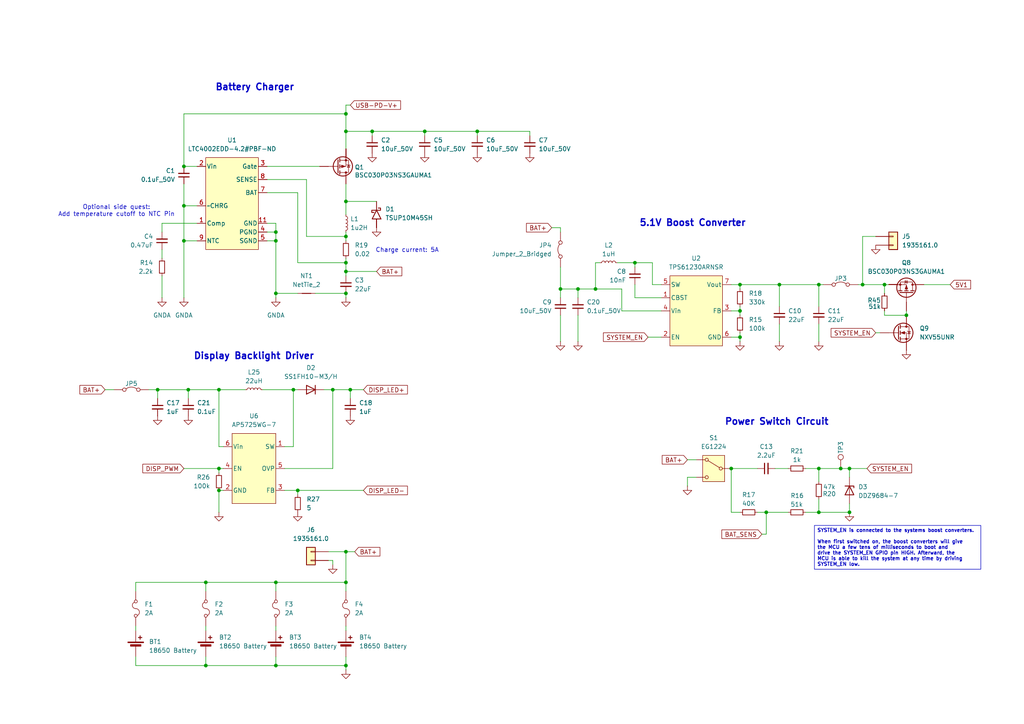
<source format=kicad_sch>
(kicad_sch
	(version 20231120)
	(generator "eeschema")
	(generator_version "8.0")
	(uuid "f77c346c-1bb2-4e8a-83cc-41a47fa819e9")
	(paper "A4")
	(title_block
		(rev "P1")
	)
	
	(junction
		(at 100.33 160.02)
		(diameter 0)
		(color 0 0 0 0)
		(uuid "00d96f9f-250c-4c69-8591-d07defbec468")
	)
	(junction
		(at 243.84 135.89)
		(diameter 0)
		(color 0 0 0 0)
		(uuid "01fb1f2f-2f8c-4d49-b00c-f9f700c2f690")
	)
	(junction
		(at 162.56 83.82)
		(diameter 0)
		(color 0 0 0 0)
		(uuid "02e2439a-097a-4535-a5b7-849f9135552d")
	)
	(junction
		(at 246.38 135.89)
		(diameter 0)
		(color 0 0 0 0)
		(uuid "0b4f36ab-9906-4ef0-a3f2-f18e620f66f5")
	)
	(junction
		(at 100.33 78.74)
		(diameter 0)
		(color 0 0 0 0)
		(uuid "0ba8b213-5261-4858-8e16-cc3fcd31df51")
	)
	(junction
		(at 246.38 148.59)
		(diameter 0)
		(color 0 0 0 0)
		(uuid "14339706-7219-494f-98f7-43f64dd8c10e")
	)
	(junction
		(at 53.34 59.69)
		(diameter 0)
		(color 0 0 0 0)
		(uuid "173126db-ec3d-42d4-8cb0-5396a24e4f7b")
	)
	(junction
		(at 100.33 33.02)
		(diameter 0)
		(color 0 0 0 0)
		(uuid "18d9c685-face-43b1-a871-019173632bf1")
	)
	(junction
		(at 53.34 69.85)
		(diameter 0)
		(color 0 0 0 0)
		(uuid "1d7a49e9-ec99-4ecd-926f-0a260be1a4dc")
	)
	(junction
		(at 100.33 85.09)
		(diameter 0)
		(color 0 0 0 0)
		(uuid "1f553cb7-1c35-48ef-bb2b-95124a363f3f")
	)
	(junction
		(at 80.01 193.04)
		(diameter 0)
		(color 0 0 0 0)
		(uuid "2010359e-d670-4ebb-90c8-02957f1dc1e9")
	)
	(junction
		(at 63.5 135.89)
		(diameter 0)
		(color 0 0 0 0)
		(uuid "329bcb1b-52fd-4614-95fa-200addd34382")
	)
	(junction
		(at 237.49 82.55)
		(diameter 0)
		(color 0 0 0 0)
		(uuid "370ade97-8130-4b1a-bbbd-073011ef6189")
	)
	(junction
		(at 167.64 83.82)
		(diameter 0)
		(color 0 0 0 0)
		(uuid "391b55b3-0c18-4734-822f-23391288e4a0")
	)
	(junction
		(at 214.63 90.17)
		(diameter 0)
		(color 0 0 0 0)
		(uuid "3a2bb0b0-9b1e-4940-89ad-7b9df5108ec9")
	)
	(junction
		(at 45.72 113.03)
		(diameter 0)
		(color 0 0 0 0)
		(uuid "3a52537d-d957-49b6-8509-77e7e1b358a2")
	)
	(junction
		(at 123.19 38.1)
		(diameter 0)
		(color 0 0 0 0)
		(uuid "455171aa-cc2f-4991-accb-bb0f7913bbe8")
	)
	(junction
		(at 96.52 113.03)
		(diameter 0)
		(color 0 0 0 0)
		(uuid "4accabec-9cc2-4c79-bd4e-e956bec65b49")
	)
	(junction
		(at 107.95 38.1)
		(diameter 0)
		(color 0 0 0 0)
		(uuid "4b64839f-d656-4c10-b23d-73199199205f")
	)
	(junction
		(at 59.69 168.91)
		(diameter 0)
		(color 0 0 0 0)
		(uuid "4e589723-bee0-4da9-9e67-3eafa80f8f71")
	)
	(junction
		(at 80.01 85.09)
		(diameter 0)
		(color 0 0 0 0)
		(uuid "5c861178-9aee-4405-809d-f4931c09e066")
	)
	(junction
		(at 80.01 67.31)
		(diameter 0)
		(color 0 0 0 0)
		(uuid "6a294534-457c-4af0-89fc-0145728b0a36")
	)
	(junction
		(at 214.63 82.55)
		(diameter 0)
		(color 0 0 0 0)
		(uuid "6a6b06af-444b-4b23-893a-ecc0102174cf")
	)
	(junction
		(at 53.34 48.26)
		(diameter 0)
		(color 0 0 0 0)
		(uuid "73fd7d6d-b9ca-43cf-b1fc-8248ffb2dd75")
	)
	(junction
		(at 212.09 135.89)
		(diameter 0)
		(color 0 0 0 0)
		(uuid "7812871b-1fe6-4c61-98e5-82744cfc6873")
	)
	(junction
		(at 80.01 69.85)
		(diameter 0)
		(color 0 0 0 0)
		(uuid "79053f7b-f36e-4584-9b7b-3f12245ec5bd")
	)
	(junction
		(at 100.33 68.58)
		(diameter 0)
		(color 0 0 0 0)
		(uuid "869d8468-a7f4-482b-8368-0b4697f6c041")
	)
	(junction
		(at 100.33 168.91)
		(diameter 0)
		(color 0 0 0 0)
		(uuid "8857fd5d-8cbd-4337-bc22-6e098f9952d7")
	)
	(junction
		(at 226.06 82.55)
		(diameter 0)
		(color 0 0 0 0)
		(uuid "8bbfea81-abbe-4ab0-86be-7db171d173bd")
	)
	(junction
		(at 250.19 82.55)
		(diameter 0)
		(color 0 0 0 0)
		(uuid "990cc831-be8c-46ed-92fc-e194d60c71c1")
	)
	(junction
		(at 100.33 58.42)
		(diameter 0)
		(color 0 0 0 0)
		(uuid "a6c10154-d16e-4454-a1f4-67d852543826")
	)
	(junction
		(at 100.33 38.1)
		(diameter 0)
		(color 0 0 0 0)
		(uuid "b273d448-47e6-4490-b9f8-cb5b6dc1e344")
	)
	(junction
		(at 63.5 113.03)
		(diameter 0)
		(color 0 0 0 0)
		(uuid "b359b9a8-99ed-40a2-90dd-a3f53b24c53c")
	)
	(junction
		(at 222.25 148.59)
		(diameter 0)
		(color 0 0 0 0)
		(uuid "b8348d81-7c0f-4386-8698-c4cc4738fe51")
	)
	(junction
		(at 59.69 193.04)
		(diameter 0)
		(color 0 0 0 0)
		(uuid "b8eba517-2b1c-445f-815b-73d8f244b645")
	)
	(junction
		(at 85.09 113.03)
		(diameter 0)
		(color 0 0 0 0)
		(uuid "b9037814-f955-4d8e-a517-d13b483f4c1a")
	)
	(junction
		(at 214.63 97.79)
		(diameter 0)
		(color 0 0 0 0)
		(uuid "be1112fd-e203-4dbc-8be8-1f402c8d13ed")
	)
	(junction
		(at 138.43 38.1)
		(diameter 0)
		(color 0 0 0 0)
		(uuid "c42d65e0-9ea9-43a4-a292-05f2c5ccb860")
	)
	(junction
		(at 237.49 135.89)
		(diameter 0)
		(color 0 0 0 0)
		(uuid "c5915d23-2adb-46ba-8c6b-747ab1c81c7e")
	)
	(junction
		(at 80.01 168.91)
		(diameter 0)
		(color 0 0 0 0)
		(uuid "ce49e683-78ca-4df7-bd79-ba44374ef276")
	)
	(junction
		(at 100.33 76.2)
		(diameter 0)
		(color 0 0 0 0)
		(uuid "cfbca921-f474-480e-8257-8d048133fc08")
	)
	(junction
		(at 256.54 82.55)
		(diameter 0)
		(color 0 0 0 0)
		(uuid "d96573dd-27e3-42bc-a109-3f5900802cf2")
	)
	(junction
		(at 262.89 91.44)
		(diameter 0)
		(color 0 0 0 0)
		(uuid "db5a78e3-1f52-46d4-8f0a-949583761482")
	)
	(junction
		(at 237.49 148.59)
		(diameter 0)
		(color 0 0 0 0)
		(uuid "dcace237-d778-44bf-9d8b-bfad19b167bb")
	)
	(junction
		(at 54.61 113.03)
		(diameter 0)
		(color 0 0 0 0)
		(uuid "e0f4b744-d68e-4e7b-afe4-0de0a9d39844")
	)
	(junction
		(at 101.6 113.03)
		(diameter 0)
		(color 0 0 0 0)
		(uuid "e140defc-e5f5-48d0-8b7f-5bce59d2bbea")
	)
	(junction
		(at 172.72 83.82)
		(diameter 0)
		(color 0 0 0 0)
		(uuid "ed0d6367-7640-446d-b36f-4c2f6c4453da")
	)
	(junction
		(at 100.33 193.04)
		(diameter 0)
		(color 0 0 0 0)
		(uuid "ed9b5502-6f0b-4751-914b-20e39188acdf")
	)
	(junction
		(at 184.15 76.2)
		(diameter 0)
		(color 0 0 0 0)
		(uuid "f29086b7-fb6e-4792-b3d5-a24f908d33ca")
	)
	(junction
		(at 86.36 142.24)
		(diameter 0)
		(color 0 0 0 0)
		(uuid "f2c82c41-ca88-4847-8f7d-a9abbd376ccd")
	)
	(junction
		(at 63.5 142.24)
		(diameter 0)
		(color 0 0 0 0)
		(uuid "f3d28c8a-8ecb-45a7-8861-d12b54c8af56")
	)
	(wire
		(pts
			(xy 201.93 138.43) (xy 199.39 138.43)
		)
		(stroke
			(width 0)
			(type default)
		)
		(uuid "00f6b25f-ac31-4a8e-b366-6256ef9257e9")
	)
	(wire
		(pts
			(xy 184.15 82.55) (xy 184.15 86.36)
		)
		(stroke
			(width 0)
			(type default)
		)
		(uuid "0140d6c2-8029-44d1-b57c-265cc47962c4")
	)
	(wire
		(pts
			(xy 80.01 168.91) (xy 100.33 168.91)
		)
		(stroke
			(width 0)
			(type default)
		)
		(uuid "03a3f6e6-6773-450e-be71-c58b0df623ba")
	)
	(wire
		(pts
			(xy 54.61 113.03) (xy 54.61 115.57)
		)
		(stroke
			(width 0)
			(type default)
		)
		(uuid "04214015-f760-468f-9f21-1fa7996babe7")
	)
	(wire
		(pts
			(xy 262.89 91.44) (xy 262.89 90.17)
		)
		(stroke
			(width 0)
			(type default)
		)
		(uuid "05f5b2e7-8a61-432c-88fb-5ef35efa5aaa")
	)
	(wire
		(pts
			(xy 109.22 58.42) (xy 100.33 58.42)
		)
		(stroke
			(width 0)
			(type default)
		)
		(uuid "06d2a1d6-1096-4489-b626-a641206a4746")
	)
	(wire
		(pts
			(xy 80.01 85.09) (xy 80.01 86.36)
		)
		(stroke
			(width 0)
			(type default)
		)
		(uuid "09b237b8-b580-4c67-bac3-7b25df536147")
	)
	(wire
		(pts
			(xy 233.68 135.89) (xy 237.49 135.89)
		)
		(stroke
			(width 0)
			(type default)
		)
		(uuid "09c5746d-327c-43b7-9918-5a442ceff2cb")
	)
	(wire
		(pts
			(xy 226.06 93.98) (xy 226.06 99.06)
		)
		(stroke
			(width 0)
			(type default)
		)
		(uuid "0c7c63fb-3f5a-48ba-9dde-abfca9a3c54c")
	)
	(wire
		(pts
			(xy 246.38 135.89) (xy 251.46 135.89)
		)
		(stroke
			(width 0)
			(type default)
		)
		(uuid "0d7e33d4-85dd-4dd8-89d4-e8f42df455cb")
	)
	(wire
		(pts
			(xy 39.37 193.04) (xy 59.69 193.04)
		)
		(stroke
			(width 0)
			(type default)
		)
		(uuid "0e649187-6c29-4203-80dc-0cab4a5b4ab2")
	)
	(wire
		(pts
			(xy 212.09 135.89) (xy 212.09 148.59)
		)
		(stroke
			(width 0)
			(type default)
		)
		(uuid "11acc94a-f439-467b-a629-f28167b66ecc")
	)
	(wire
		(pts
			(xy 201.93 133.35) (xy 199.39 133.35)
		)
		(stroke
			(width 0)
			(type default)
		)
		(uuid "12739189-a25e-4225-98b7-10a8490d1f16")
	)
	(wire
		(pts
			(xy 88.9 52.07) (xy 88.9 68.58)
		)
		(stroke
			(width 0)
			(type default)
		)
		(uuid "155d13c6-81bc-40b9-a798-19723f5c6c87")
	)
	(wire
		(pts
			(xy 107.95 38.1) (xy 100.33 38.1)
		)
		(stroke
			(width 0)
			(type default)
		)
		(uuid "17882f0b-90fc-46a9-8ba5-3252131f8af0")
	)
	(wire
		(pts
			(xy 77.47 69.85) (xy 80.01 69.85)
		)
		(stroke
			(width 0)
			(type default)
		)
		(uuid "19387f7d-3289-424d-a53c-16af2d53647f")
	)
	(wire
		(pts
			(xy 180.34 90.17) (xy 191.77 90.17)
		)
		(stroke
			(width 0)
			(type default)
		)
		(uuid "19c2e985-ae3a-4cc4-8b07-ca94e122a6dd")
	)
	(wire
		(pts
			(xy 30.48 113.03) (xy 33.02 113.03)
		)
		(stroke
			(width 0)
			(type default)
		)
		(uuid "1afd1b65-68d4-480d-8232-5879acc1ba4d")
	)
	(wire
		(pts
			(xy 250.19 68.58) (xy 254 68.58)
		)
		(stroke
			(width 0)
			(type default)
		)
		(uuid "1e42810d-9c72-4b61-8d64-ebb8317d8cc5")
	)
	(wire
		(pts
			(xy 77.47 67.31) (xy 80.01 67.31)
		)
		(stroke
			(width 0)
			(type default)
		)
		(uuid "1fa1b830-943b-4610-8fce-eca684bf3daa")
	)
	(wire
		(pts
			(xy 162.56 83.82) (xy 167.64 83.82)
		)
		(stroke
			(width 0)
			(type default)
		)
		(uuid "1fbf995d-42ed-4abd-bbe5-af5148e8df6e")
	)
	(wire
		(pts
			(xy 212.09 90.17) (xy 214.63 90.17)
		)
		(stroke
			(width 0)
			(type default)
		)
		(uuid "22d0b538-be18-4285-86cc-5c70c0ee5adb")
	)
	(wire
		(pts
			(xy 100.33 33.02) (xy 100.33 38.1)
		)
		(stroke
			(width 0)
			(type default)
		)
		(uuid "22e6ede3-10d2-407b-b167-7e1924e0d959")
	)
	(wire
		(pts
			(xy 39.37 168.91) (xy 59.69 168.91)
		)
		(stroke
			(width 0)
			(type default)
		)
		(uuid "23d59a20-96f4-4754-a310-7ec7a57ff414")
	)
	(wire
		(pts
			(xy 100.33 193.04) (xy 100.33 190.5)
		)
		(stroke
			(width 0)
			(type default)
		)
		(uuid "250a9461-2c06-4744-a22c-b39b6968a3ba")
	)
	(wire
		(pts
			(xy 100.33 68.58) (xy 100.33 69.85)
		)
		(stroke
			(width 0)
			(type default)
		)
		(uuid "27e19eee-4ec4-43ff-a8b1-c60a9d6af47a")
	)
	(wire
		(pts
			(xy 63.5 137.16) (xy 63.5 135.89)
		)
		(stroke
			(width 0)
			(type default)
		)
		(uuid "29a31292-177c-40f8-8542-f02d1c74bcd7")
	)
	(wire
		(pts
			(xy 107.95 38.1) (xy 123.19 38.1)
		)
		(stroke
			(width 0)
			(type default)
		)
		(uuid "29e38fe4-fe37-461b-80e1-c4d6a7928b76")
	)
	(wire
		(pts
			(xy 46.99 72.39) (xy 46.99 74.93)
		)
		(stroke
			(width 0)
			(type default)
		)
		(uuid "2c268a3d-bac7-4888-8fdd-035633abdd5b")
	)
	(wire
		(pts
			(xy 256.54 91.44) (xy 262.89 91.44)
		)
		(stroke
			(width 0)
			(type default)
		)
		(uuid "2c891373-585c-4d8b-9b39-d236feaca980")
	)
	(wire
		(pts
			(xy 77.47 48.26) (xy 92.71 48.26)
		)
		(stroke
			(width 0)
			(type default)
		)
		(uuid "2cc5dfda-5f07-46a3-b386-1e4042bd8f4d")
	)
	(wire
		(pts
			(xy 100.33 38.1) (xy 100.33 43.18)
		)
		(stroke
			(width 0)
			(type default)
		)
		(uuid "2ce63b5c-513c-41de-b196-7a788dbe99c0")
	)
	(wire
		(pts
			(xy 256.54 82.55) (xy 256.54 85.09)
		)
		(stroke
			(width 0)
			(type default)
		)
		(uuid "2e1d618b-6de1-48f5-a075-38e515c458b9")
	)
	(wire
		(pts
			(xy 39.37 168.91) (xy 39.37 171.45)
		)
		(stroke
			(width 0)
			(type default)
		)
		(uuid "30e39003-53ee-425c-a320-ee227686fcdb")
	)
	(wire
		(pts
			(xy 53.34 33.02) (xy 100.33 33.02)
		)
		(stroke
			(width 0)
			(type default)
		)
		(uuid "334db7da-ab23-471f-88b5-d18e891955ee")
	)
	(wire
		(pts
			(xy 100.33 194.31) (xy 100.33 193.04)
		)
		(stroke
			(width 0)
			(type default)
		)
		(uuid "34518adf-3666-4abe-9b07-ce98e12c348e")
	)
	(wire
		(pts
			(xy 246.38 146.05) (xy 246.38 148.59)
		)
		(stroke
			(width 0)
			(type default)
		)
		(uuid "36a54c67-bcfd-4a0a-9ed7-5ee419514e3b")
	)
	(wire
		(pts
			(xy 100.33 78.74) (xy 100.33 80.01)
		)
		(stroke
			(width 0)
			(type default)
		)
		(uuid "36e30d17-d8b3-4ffb-b53d-593d22c39e30")
	)
	(wire
		(pts
			(xy 214.63 82.55) (xy 214.63 83.82)
		)
		(stroke
			(width 0)
			(type default)
		)
		(uuid "392ded54-9f57-4c54-9880-eb48e0da60ef")
	)
	(wire
		(pts
			(xy 39.37 181.61) (xy 39.37 182.88)
		)
		(stroke
			(width 0)
			(type default)
		)
		(uuid "3b136068-5090-4e7d-84f3-1e7045d756e2")
	)
	(wire
		(pts
			(xy 180.34 83.82) (xy 180.34 90.17)
		)
		(stroke
			(width 0)
			(type default)
		)
		(uuid "3d3c27fa-afb7-47a2-8011-cc287a6674ca")
	)
	(wire
		(pts
			(xy 100.33 168.91) (xy 100.33 171.45)
		)
		(stroke
			(width 0)
			(type default)
		)
		(uuid "413b4512-b69f-4fcd-a794-15b6d0efa96d")
	)
	(wire
		(pts
			(xy 46.99 64.77) (xy 46.99 67.31)
		)
		(stroke
			(width 0)
			(type default)
		)
		(uuid "422d2e4c-b38c-4030-b694-bf5964ec245c")
	)
	(wire
		(pts
			(xy 243.84 135.89) (xy 246.38 135.89)
		)
		(stroke
			(width 0)
			(type default)
		)
		(uuid "46b7c507-4dc0-44a8-9d68-6efcfec0a09d")
	)
	(wire
		(pts
			(xy 237.49 93.98) (xy 237.49 99.06)
		)
		(stroke
			(width 0)
			(type default)
		)
		(uuid "48ed4b00-acea-4911-a166-e26b00ae01f5")
	)
	(wire
		(pts
			(xy 88.9 68.58) (xy 100.33 68.58)
		)
		(stroke
			(width 0)
			(type default)
		)
		(uuid "48ffdce2-6877-4988-8daf-9c6859778250")
	)
	(wire
		(pts
			(xy 96.52 135.89) (xy 96.52 113.03)
		)
		(stroke
			(width 0)
			(type default)
		)
		(uuid "496bf2a6-6163-4cca-a033-727c59564c9d")
	)
	(wire
		(pts
			(xy 77.47 64.77) (xy 80.01 64.77)
		)
		(stroke
			(width 0)
			(type default)
		)
		(uuid "4fc84fa2-2013-45d3-b656-c09290d30a04")
	)
	(wire
		(pts
			(xy 256.54 82.55) (xy 257.81 82.55)
		)
		(stroke
			(width 0)
			(type default)
		)
		(uuid "5007edcc-f285-4a22-8fdb-bcda8f8055de")
	)
	(wire
		(pts
			(xy 167.64 83.82) (xy 167.64 86.36)
		)
		(stroke
			(width 0)
			(type default)
		)
		(uuid "5068d9e1-2e68-4c74-90b6-0c11177e720b")
	)
	(wire
		(pts
			(xy 189.23 82.55) (xy 191.77 82.55)
		)
		(stroke
			(width 0)
			(type default)
		)
		(uuid "533de894-b1b2-4a74-a673-d4ae63733888")
	)
	(wire
		(pts
			(xy 100.33 78.74) (xy 109.22 78.74)
		)
		(stroke
			(width 0)
			(type default)
		)
		(uuid "5469ea4e-b0f5-42a0-9ad5-4bde69f52f3f")
	)
	(wire
		(pts
			(xy 237.49 144.78) (xy 237.49 148.59)
		)
		(stroke
			(width 0)
			(type default)
		)
		(uuid "577997d2-1ed2-481c-9030-cd4e347177be")
	)
	(wire
		(pts
			(xy 53.34 48.26) (xy 53.34 33.02)
		)
		(stroke
			(width 0)
			(type default)
		)
		(uuid "588d8aa4-a085-461e-9e4c-72212aba7836")
	)
	(wire
		(pts
			(xy 179.07 76.2) (xy 184.15 76.2)
		)
		(stroke
			(width 0)
			(type default)
		)
		(uuid "5c70fc83-c937-408b-a69d-bb1c26a0ab39")
	)
	(wire
		(pts
			(xy 57.15 69.85) (xy 53.34 69.85)
		)
		(stroke
			(width 0)
			(type default)
		)
		(uuid "5e16554a-5252-409c-9bc8-e4a228f31111")
	)
	(wire
		(pts
			(xy 95.25 162.56) (xy 96.52 162.56)
		)
		(stroke
			(width 0)
			(type default)
		)
		(uuid "5f279e92-15d8-4755-a393-76899eeb3603")
	)
	(wire
		(pts
			(xy 57.15 64.77) (xy 46.99 64.77)
		)
		(stroke
			(width 0)
			(type default)
		)
		(uuid "649b0aa0-f468-4eeb-9d83-b9ef85a98366")
	)
	(wire
		(pts
			(xy 82.55 142.24) (xy 86.36 142.24)
		)
		(stroke
			(width 0)
			(type default)
		)
		(uuid "6607c2da-d1fe-44ce-91c7-8d5541a848aa")
	)
	(wire
		(pts
			(xy 95.25 160.02) (xy 100.33 160.02)
		)
		(stroke
			(width 0)
			(type default)
		)
		(uuid "67738ed9-85a1-4b7c-adcf-eb5bf1e900ce")
	)
	(wire
		(pts
			(xy 63.5 148.59) (xy 63.5 142.24)
		)
		(stroke
			(width 0)
			(type default)
		)
		(uuid "68e6eb32-39fd-493c-8ac4-6d28e294b3cb")
	)
	(wire
		(pts
			(xy 77.47 55.88) (xy 86.36 55.88)
		)
		(stroke
			(width 0)
			(type default)
		)
		(uuid "6a7a4bec-a02f-4cbe-be9d-dbcaef0fdf59")
	)
	(wire
		(pts
			(xy 63.5 142.24) (xy 64.77 142.24)
		)
		(stroke
			(width 0)
			(type default)
		)
		(uuid "6b6ee6cb-f60a-4a35-8d91-61e3f3248813")
	)
	(wire
		(pts
			(xy 53.34 69.85) (xy 53.34 86.36)
		)
		(stroke
			(width 0)
			(type default)
		)
		(uuid "6b9df8e4-b404-4bec-8ccb-81c5b5817e31")
	)
	(wire
		(pts
			(xy 246.38 135.89) (xy 246.38 138.43)
		)
		(stroke
			(width 0)
			(type default)
		)
		(uuid "6be3c233-bd61-4677-8f2f-8498cc14d049")
	)
	(wire
		(pts
			(xy 199.39 138.43) (xy 199.39 140.97)
		)
		(stroke
			(width 0)
			(type default)
		)
		(uuid "6cce1de7-ac3a-40d9-b5c4-2211a56fcc66")
	)
	(wire
		(pts
			(xy 226.06 82.55) (xy 226.06 88.9)
		)
		(stroke
			(width 0)
			(type default)
		)
		(uuid "6ea764bb-e7a7-4703-899b-6e4a7605789e")
	)
	(wire
		(pts
			(xy 63.5 113.03) (xy 71.12 113.03)
		)
		(stroke
			(width 0)
			(type default)
		)
		(uuid "706b94b8-921c-418d-8b5c-211f20a2b7e0")
	)
	(wire
		(pts
			(xy 43.18 113.03) (xy 45.72 113.03)
		)
		(stroke
			(width 0)
			(type default)
		)
		(uuid "7106300f-dd66-471a-bf02-97edfcf8b409")
	)
	(wire
		(pts
			(xy 45.72 113.03) (xy 45.72 115.57)
		)
		(stroke
			(width 0)
			(type default)
		)
		(uuid "722a7b3f-73e0-477a-8875-0bbfad4dcef3")
	)
	(wire
		(pts
			(xy 101.6 113.03) (xy 105.41 113.03)
		)
		(stroke
			(width 0)
			(type default)
		)
		(uuid "7553e05c-69b5-4c57-942e-9527c0ae2379")
	)
	(wire
		(pts
			(xy 45.72 113.03) (xy 54.61 113.03)
		)
		(stroke
			(width 0)
			(type default)
		)
		(uuid "76d72230-55e5-47e4-b70f-b6d44861aa5b")
	)
	(wire
		(pts
			(xy 100.33 58.42) (xy 100.33 62.23)
		)
		(stroke
			(width 0)
			(type default)
		)
		(uuid "771d9a05-303d-4c5c-b8d1-950d02043ba4")
	)
	(wire
		(pts
			(xy 54.61 113.03) (xy 63.5 113.03)
		)
		(stroke
			(width 0)
			(type default)
		)
		(uuid "77d4ad15-85ff-4d96-b74d-db9fff4e9ea0")
	)
	(wire
		(pts
			(xy 214.63 96.52) (xy 214.63 97.79)
		)
		(stroke
			(width 0)
			(type default)
		)
		(uuid "7810b77a-b871-4c96-b2c9-b64b1f261384")
	)
	(wire
		(pts
			(xy 101.6 115.57) (xy 101.6 113.03)
		)
		(stroke
			(width 0)
			(type default)
		)
		(uuid "7c832cfb-022b-40d3-88f7-431c42fae210")
	)
	(wire
		(pts
			(xy 187.96 97.79) (xy 191.77 97.79)
		)
		(stroke
			(width 0)
			(type default)
		)
		(uuid "7c91f721-68b1-4fbe-af16-076c674dfed8")
	)
	(wire
		(pts
			(xy 214.63 90.17) (xy 214.63 91.44)
		)
		(stroke
			(width 0)
			(type default)
		)
		(uuid "7e68343e-29d5-469c-a483-84b53f6330fc")
	)
	(wire
		(pts
			(xy 189.23 76.2) (xy 189.23 82.55)
		)
		(stroke
			(width 0)
			(type default)
		)
		(uuid "81bc609f-fe1e-4133-bbc3-b987517b787a")
	)
	(wire
		(pts
			(xy 59.69 168.91) (xy 80.01 168.91)
		)
		(stroke
			(width 0)
			(type default)
		)
		(uuid "827aae17-7177-4695-bd50-74e42b7dec20")
	)
	(wire
		(pts
			(xy 80.01 85.09) (xy 86.36 85.09)
		)
		(stroke
			(width 0)
			(type default)
		)
		(uuid "8353b435-f80a-4d04-9d96-53349ec13a65")
	)
	(wire
		(pts
			(xy 167.64 91.44) (xy 167.64 99.06)
		)
		(stroke
			(width 0)
			(type default)
		)
		(uuid "839a6211-2824-4554-8c0d-7ffac4bc3aed")
	)
	(wire
		(pts
			(xy 153.67 38.1) (xy 153.67 39.37)
		)
		(stroke
			(width 0)
			(type default)
		)
		(uuid "86260e01-e3b0-4504-a175-a39474070979")
	)
	(wire
		(pts
			(xy 59.69 181.61) (xy 59.69 182.88)
		)
		(stroke
			(width 0)
			(type default)
		)
		(uuid "86821b9a-1cc0-445b-aca4-eac5e3e49217")
	)
	(wire
		(pts
			(xy 212.09 82.55) (xy 214.63 82.55)
		)
		(stroke
			(width 0)
			(type default)
		)
		(uuid "89e4af65-36a2-4219-8596-823d6838dc03")
	)
	(wire
		(pts
			(xy 237.49 148.59) (xy 246.38 148.59)
		)
		(stroke
			(width 0)
			(type default)
		)
		(uuid "8bda6401-f7b0-4bdf-baf1-6a698fece784")
	)
	(wire
		(pts
			(xy 86.36 142.24) (xy 86.36 143.51)
		)
		(stroke
			(width 0)
			(type default)
		)
		(uuid "8c222114-5778-4a75-ba10-b3ebf0475c46")
	)
	(wire
		(pts
			(xy 224.79 135.89) (xy 228.6 135.89)
		)
		(stroke
			(width 0)
			(type default)
		)
		(uuid "8c2d3e59-5afa-426c-b06c-1da6b8d1afc8")
	)
	(wire
		(pts
			(xy 250.19 82.55) (xy 256.54 82.55)
		)
		(stroke
			(width 0)
			(type default)
		)
		(uuid "8cc9e32f-7f02-4f6a-945a-8871fd644ba3")
	)
	(wire
		(pts
			(xy 63.5 135.89) (xy 64.77 135.89)
		)
		(stroke
			(width 0)
			(type default)
		)
		(uuid "8d4c4465-69a6-4670-b795-f64854987754")
	)
	(wire
		(pts
			(xy 184.15 76.2) (xy 184.15 77.47)
		)
		(stroke
			(width 0)
			(type default)
		)
		(uuid "8dcf37d3-41e0-44c4-8a22-41605056cf38")
	)
	(wire
		(pts
			(xy 63.5 113.03) (xy 63.5 129.54)
		)
		(stroke
			(width 0)
			(type default)
		)
		(uuid "8eaa9f48-d743-4bff-a574-4ab65c456719")
	)
	(wire
		(pts
			(xy 96.52 162.56) (xy 96.52 163.83)
		)
		(stroke
			(width 0)
			(type default)
		)
		(uuid "9068c3bc-cf72-4fb5-8ad3-c2e1abd566e7")
	)
	(wire
		(pts
			(xy 100.33 85.09) (xy 100.33 86.36)
		)
		(stroke
			(width 0)
			(type default)
		)
		(uuid "914bf7a1-137e-4ccb-9303-5ebd19375443")
	)
	(wire
		(pts
			(xy 102.87 160.02) (xy 100.33 160.02)
		)
		(stroke
			(width 0)
			(type default)
		)
		(uuid "92cb5c37-68d0-44aa-a0ac-a2b862f27f55")
	)
	(wire
		(pts
			(xy 237.49 82.55) (xy 238.76 82.55)
		)
		(stroke
			(width 0)
			(type default)
		)
		(uuid "9446978f-7537-47b2-b03b-bf904a9cc12b")
	)
	(wire
		(pts
			(xy 212.09 148.59) (xy 214.63 148.59)
		)
		(stroke
			(width 0)
			(type default)
		)
		(uuid "94899605-078d-4459-beb7-33da4c6f61b7")
	)
	(wire
		(pts
			(xy 100.33 181.61) (xy 100.33 182.88)
		)
		(stroke
			(width 0)
			(type default)
		)
		(uuid "94c0d95e-572b-42fc-8d89-efbe23be3b16")
	)
	(wire
		(pts
			(xy 100.33 160.02) (xy 100.33 168.91)
		)
		(stroke
			(width 0)
			(type default)
		)
		(uuid "951b69a0-acd9-4a4a-8136-3d3707fdf014")
	)
	(wire
		(pts
			(xy 160.02 66.04) (xy 162.56 66.04)
		)
		(stroke
			(width 0)
			(type default)
		)
		(uuid "9565d392-8b91-4b3b-92b6-aa71595dbee7")
	)
	(wire
		(pts
			(xy 214.63 90.17) (xy 214.63 88.9)
		)
		(stroke
			(width 0)
			(type default)
		)
		(uuid "959cc860-bcd2-446c-8593-435f6c1e92b9")
	)
	(wire
		(pts
			(xy 214.63 99.06) (xy 214.63 97.79)
		)
		(stroke
			(width 0)
			(type default)
		)
		(uuid "95ec956b-e751-4f3c-9cd3-6b0d5f49cfbc")
	)
	(wire
		(pts
			(xy 222.25 154.94) (xy 222.25 148.59)
		)
		(stroke
			(width 0)
			(type default)
		)
		(uuid "9671afb3-4225-4498-8f90-7f803f6dd529")
	)
	(wire
		(pts
			(xy 57.15 59.69) (xy 53.34 59.69)
		)
		(stroke
			(width 0)
			(type default)
		)
		(uuid "967549a3-d11a-4827-8688-aab70e69add9")
	)
	(wire
		(pts
			(xy 100.33 67.31) (xy 100.33 68.58)
		)
		(stroke
			(width 0)
			(type default)
		)
		(uuid "97d0ce32-29cf-46a2-81f8-ae018587f8e4")
	)
	(wire
		(pts
			(xy 162.56 77.47) (xy 162.56 83.82)
		)
		(stroke
			(width 0)
			(type default)
		)
		(uuid "9aa577d3-558a-41f2-95df-eb375ff97205")
	)
	(wire
		(pts
			(xy 172.72 83.82) (xy 180.34 83.82)
		)
		(stroke
			(width 0)
			(type default)
		)
		(uuid "9e1aa100-3168-47eb-9286-bedf4c1a3bf0")
	)
	(wire
		(pts
			(xy 80.01 193.04) (xy 80.01 190.5)
		)
		(stroke
			(width 0)
			(type default)
		)
		(uuid "9e31531d-431e-425f-b264-b774d906802f")
	)
	(wire
		(pts
			(xy 96.52 113.03) (xy 93.98 113.03)
		)
		(stroke
			(width 0)
			(type default)
		)
		(uuid "a31bd392-9735-46ba-b427-d65736665d4c")
	)
	(wire
		(pts
			(xy 77.47 52.07) (xy 88.9 52.07)
		)
		(stroke
			(width 0)
			(type default)
		)
		(uuid "a36ba5a6-c5b5-4b6c-a11c-27a46e62a874")
	)
	(wire
		(pts
			(xy 214.63 97.79) (xy 212.09 97.79)
		)
		(stroke
			(width 0)
			(type default)
		)
		(uuid "a63d5707-69c8-4475-88e1-7647beb3073e")
	)
	(wire
		(pts
			(xy 80.01 67.31) (xy 80.01 69.85)
		)
		(stroke
			(width 0)
			(type default)
		)
		(uuid "a6a37457-5429-4322-8c55-fc9ca384ee75")
	)
	(wire
		(pts
			(xy 85.09 113.03) (xy 85.09 129.54)
		)
		(stroke
			(width 0)
			(type default)
		)
		(uuid "a81b05f0-3e32-4672-b265-5cca84cb628b")
	)
	(wire
		(pts
			(xy 237.49 135.89) (xy 237.49 139.7)
		)
		(stroke
			(width 0)
			(type default)
		)
		(uuid "a82cd624-6044-4665-ba4b-b3604b90c76b")
	)
	(wire
		(pts
			(xy 237.49 82.55) (xy 237.49 88.9)
		)
		(stroke
			(width 0)
			(type default)
		)
		(uuid "a8461b20-f623-4208-82c1-699cb24fd75d")
	)
	(wire
		(pts
			(xy 80.01 69.85) (xy 80.01 85.09)
		)
		(stroke
			(width 0)
			(type default)
		)
		(uuid "a9156385-e1fb-46ab-901b-e714da026635")
	)
	(wire
		(pts
			(xy 101.6 113.03) (xy 96.52 113.03)
		)
		(stroke
			(width 0)
			(type default)
		)
		(uuid "a95c24f2-344f-4538-9d50-7e3928db3797")
	)
	(wire
		(pts
			(xy 85.09 129.54) (xy 82.55 129.54)
		)
		(stroke
			(width 0)
			(type default)
		)
		(uuid "ab9e3568-35b5-4f0f-ae01-de9f3c285a59")
	)
	(wire
		(pts
			(xy 86.36 76.2) (xy 100.33 76.2)
		)
		(stroke
			(width 0)
			(type default)
		)
		(uuid "adc4762f-8c89-42b4-ba50-307840f6cf37")
	)
	(wire
		(pts
			(xy 46.99 80.01) (xy 46.99 86.36)
		)
		(stroke
			(width 0)
			(type default)
		)
		(uuid "ae1647fb-6920-4950-85af-61b59770760f")
	)
	(wire
		(pts
			(xy 233.68 148.59) (xy 237.49 148.59)
		)
		(stroke
			(width 0)
			(type default)
		)
		(uuid "b08965e4-2e54-4948-af96-7acfa68c1c18")
	)
	(wire
		(pts
			(xy 53.34 59.69) (xy 53.34 69.85)
		)
		(stroke
			(width 0)
			(type default)
		)
		(uuid "b1027a42-65c7-40d6-863b-1e49269ee875")
	)
	(wire
		(pts
			(xy 162.56 66.04) (xy 162.56 67.31)
		)
		(stroke
			(width 0)
			(type default)
		)
		(uuid "b368534f-72d3-4c6b-a6e1-8e1f2b22c9fe")
	)
	(wire
		(pts
			(xy 167.64 83.82) (xy 172.72 83.82)
		)
		(stroke
			(width 0)
			(type default)
		)
		(uuid "b378f676-31bc-41c7-a97c-674c9b7f2c3c")
	)
	(wire
		(pts
			(xy 162.56 83.82) (xy 162.56 86.36)
		)
		(stroke
			(width 0)
			(type default)
		)
		(uuid "b3ecbd59-fb81-4e40-947d-aa98fdca097b")
	)
	(wire
		(pts
			(xy 100.33 30.48) (xy 100.33 33.02)
		)
		(stroke
			(width 0)
			(type default)
		)
		(uuid "b4228d91-cbe2-4d06-bd57-bdea54154e09")
	)
	(wire
		(pts
			(xy 214.63 82.55) (xy 226.06 82.55)
		)
		(stroke
			(width 0)
			(type default)
		)
		(uuid "b92253d6-2351-4199-a9fa-e031448e5a01")
	)
	(wire
		(pts
			(xy 80.01 181.61) (xy 80.01 182.88)
		)
		(stroke
			(width 0)
			(type default)
		)
		(uuid "bb4ead0d-228f-4e11-86d4-1eea37eb9310")
	)
	(wire
		(pts
			(xy 248.92 82.55) (xy 250.19 82.55)
		)
		(stroke
			(width 0)
			(type default)
		)
		(uuid "bf6d981d-c3f7-43e8-a70d-9e206d7ff9d1")
	)
	(wire
		(pts
			(xy 256.54 90.17) (xy 256.54 91.44)
		)
		(stroke
			(width 0)
			(type default)
		)
		(uuid "c083d4f7-0e68-40e3-aeee-7e485dc028a7")
	)
	(wire
		(pts
			(xy 123.19 38.1) (xy 138.43 38.1)
		)
		(stroke
			(width 0)
			(type default)
		)
		(uuid "c2b08dae-8576-4341-be7a-226bb85671c8")
	)
	(wire
		(pts
			(xy 172.72 76.2) (xy 172.72 83.82)
		)
		(stroke
			(width 0)
			(type default)
		)
		(uuid "c4f35ffa-5bf2-4f66-9c05-fda0507abc46")
	)
	(wire
		(pts
			(xy 100.33 74.93) (xy 100.33 76.2)
		)
		(stroke
			(width 0)
			(type default)
		)
		(uuid "c6a8b368-4af5-4392-a4a8-776163b4dd63")
	)
	(wire
		(pts
			(xy 82.55 135.89) (xy 96.52 135.89)
		)
		(stroke
			(width 0)
			(type default)
		)
		(uuid "cb1f9b35-6cdc-4866-9007-6803a1ff5488")
	)
	(wire
		(pts
			(xy 63.5 129.54) (xy 64.77 129.54)
		)
		(stroke
			(width 0)
			(type default)
		)
		(uuid "cc87822c-a5ff-4386-b71b-e74e0b3aaa39")
	)
	(wire
		(pts
			(xy 237.49 135.89) (xy 243.84 135.89)
		)
		(stroke
			(width 0)
			(type default)
		)
		(uuid "ccf5268b-82db-4a84-a798-e7e6271e0306")
	)
	(wire
		(pts
			(xy 162.56 91.44) (xy 162.56 99.06)
		)
		(stroke
			(width 0)
			(type default)
		)
		(uuid "ce42fe4f-1547-406d-812d-eca6309a7f21")
	)
	(wire
		(pts
			(xy 39.37 190.5) (xy 39.37 193.04)
		)
		(stroke
			(width 0)
			(type default)
		)
		(uuid "ce88b8d0-2e33-4b86-afe1-8d03307ef93e")
	)
	(wire
		(pts
			(xy 226.06 82.55) (xy 237.49 82.55)
		)
		(stroke
			(width 0)
			(type default)
		)
		(uuid "cfa3eada-2709-4ada-a80a-744acfb7685c")
	)
	(wire
		(pts
			(xy 100.33 58.42) (xy 100.33 53.34)
		)
		(stroke
			(width 0)
			(type default)
		)
		(uuid "d0e58d72-58af-4e45-a1ea-d7efb6a305ad")
	)
	(wire
		(pts
			(xy 53.34 135.89) (xy 63.5 135.89)
		)
		(stroke
			(width 0)
			(type default)
		)
		(uuid "d15d8b75-eb6d-4471-a04f-2ef4d3c44409")
	)
	(wire
		(pts
			(xy 53.34 53.34) (xy 53.34 59.69)
		)
		(stroke
			(width 0)
			(type default)
		)
		(uuid "d2b77360-57e1-4ca6-a8ef-71f13775454b")
	)
	(wire
		(pts
			(xy 123.19 38.1) (xy 123.19 39.37)
		)
		(stroke
			(width 0)
			(type default)
		)
		(uuid "d3364d09-380d-441e-87eb-8a35716656f2")
	)
	(wire
		(pts
			(xy 86.36 55.88) (xy 86.36 76.2)
		)
		(stroke
			(width 0)
			(type default)
		)
		(uuid "d8f47034-7155-4fbc-93e5-c95856d486c7")
	)
	(wire
		(pts
			(xy 222.25 148.59) (xy 228.6 148.59)
		)
		(stroke
			(width 0)
			(type default)
		)
		(uuid "d9bd86ac-11c5-4d9e-9154-40bbd226acf0")
	)
	(wire
		(pts
			(xy 222.25 154.94) (xy 220.98 154.94)
		)
		(stroke
			(width 0)
			(type default)
		)
		(uuid "db7e227c-4c94-41c9-8c07-0881397b7bd4")
	)
	(wire
		(pts
			(xy 53.34 48.26) (xy 57.15 48.26)
		)
		(stroke
			(width 0)
			(type default)
		)
		(uuid "dbad6f38-ecbe-4d0d-9e78-863a8beb2083")
	)
	(wire
		(pts
			(xy 184.15 86.36) (xy 191.77 86.36)
		)
		(stroke
			(width 0)
			(type default)
		)
		(uuid "dbaf4dd3-ea0d-4e8c-98c6-b330ce00c085")
	)
	(wire
		(pts
			(xy 86.36 142.24) (xy 105.41 142.24)
		)
		(stroke
			(width 0)
			(type default)
		)
		(uuid "dfbba54a-9e11-4eea-8b06-4ef52f8c1741")
	)
	(wire
		(pts
			(xy 100.33 30.48) (xy 101.6 30.48)
		)
		(stroke
			(width 0)
			(type default)
		)
		(uuid "e024270d-c76c-4010-89e6-fafd0dcba672")
	)
	(wire
		(pts
			(xy 254 96.52) (xy 255.27 96.52)
		)
		(stroke
			(width 0)
			(type default)
		)
		(uuid "e32bfdfd-6b8f-48eb-be0f-d66608962c60")
	)
	(wire
		(pts
			(xy 59.69 193.04) (xy 80.01 193.04)
		)
		(stroke
			(width 0)
			(type default)
		)
		(uuid "eacc26ab-241c-479a-b54f-fc5fa17fb078")
	)
	(wire
		(pts
			(xy 184.15 76.2) (xy 189.23 76.2)
		)
		(stroke
			(width 0)
			(type default)
		)
		(uuid "ee8797d3-29f8-40a6-9496-0c95657eaf15")
	)
	(wire
		(pts
			(xy 267.97 82.55) (xy 275.59 82.55)
		)
		(stroke
			(width 0)
			(type default)
		)
		(uuid "eeb35967-fcb8-4bd8-99eb-41d76a5e1c92")
	)
	(wire
		(pts
			(xy 80.01 193.04) (xy 100.33 193.04)
		)
		(stroke
			(width 0)
			(type default)
		)
		(uuid "eece7eb6-e0f9-44f7-bc6e-cf24726a91d4")
	)
	(wire
		(pts
			(xy 59.69 168.91) (xy 59.69 171.45)
		)
		(stroke
			(width 0)
			(type default)
		)
		(uuid "f1910d0e-f391-4bf8-a389-6e02547ebd78")
	)
	(wire
		(pts
			(xy 138.43 38.1) (xy 138.43 39.37)
		)
		(stroke
			(width 0)
			(type default)
		)
		(uuid "f31156bb-9ce5-46c9-8732-f07cdfe7fc01")
	)
	(wire
		(pts
			(xy 212.09 135.89) (xy 219.71 135.89)
		)
		(stroke
			(width 0)
			(type default)
		)
		(uuid "f3e07805-921a-4d1e-87d3-067557fd3801")
	)
	(wire
		(pts
			(xy 76.2 113.03) (xy 85.09 113.03)
		)
		(stroke
			(width 0)
			(type default)
		)
		(uuid "f4c1e15f-eb31-470e-ac25-8a089fa4b916")
	)
	(wire
		(pts
			(xy 100.33 76.2) (xy 100.33 78.74)
		)
		(stroke
			(width 0)
			(type default)
		)
		(uuid "f62fd86f-09e1-4c89-923d-3204862a7e2d")
	)
	(wire
		(pts
			(xy 91.44 85.09) (xy 100.33 85.09)
		)
		(stroke
			(width 0)
			(type default)
		)
		(uuid "f702dc2a-08da-42b6-94ca-1cd57c97a226")
	)
	(wire
		(pts
			(xy 59.69 193.04) (xy 59.69 190.5)
		)
		(stroke
			(width 0)
			(type default)
		)
		(uuid "f76f17ca-679b-4f57-8448-ed8d6f1d3088")
	)
	(wire
		(pts
			(xy 85.09 113.03) (xy 86.36 113.03)
		)
		(stroke
			(width 0)
			(type default)
		)
		(uuid "f77f7e2d-2a79-4398-9c9d-7be72995341d")
	)
	(wire
		(pts
			(xy 172.72 76.2) (xy 173.99 76.2)
		)
		(stroke
			(width 0)
			(type default)
		)
		(uuid "f7920a69-c6c7-4bcf-bf36-27d7f1844fcf")
	)
	(wire
		(pts
			(xy 138.43 38.1) (xy 153.67 38.1)
		)
		(stroke
			(width 0)
			(type default)
		)
		(uuid "f79b0835-c2a4-4d7f-9835-1192f97bfc77")
	)
	(wire
		(pts
			(xy 80.01 64.77) (xy 80.01 67.31)
		)
		(stroke
			(width 0)
			(type default)
		)
		(uuid "fa8d7099-63c6-4611-bd31-2cc978d35c5b")
	)
	(wire
		(pts
			(xy 219.71 148.59) (xy 222.25 148.59)
		)
		(stroke
			(width 0)
			(type default)
		)
		(uuid "faeb5b21-6d46-4a59-939e-c718fa3e332e")
	)
	(wire
		(pts
			(xy 107.95 38.1) (xy 107.95 39.37)
		)
		(stroke
			(width 0)
			(type default)
		)
		(uuid "ff31bb66-439e-4f3c-bc4f-1fc93bfbc339")
	)
	(wire
		(pts
			(xy 250.19 68.58) (xy 250.19 82.55)
		)
		(stroke
			(width 0)
			(type default)
		)
		(uuid "ff64c021-1255-4185-9faa-9331c966f817")
	)
	(wire
		(pts
			(xy 80.01 168.91) (xy 80.01 171.45)
		)
		(stroke
			(width 0)
			(type default)
		)
		(uuid "ff66bd76-d1de-4ebb-8e38-3546617fba0d")
	)
	(text_box "SYSTEM_EN is connected to the systems boost converters.\n\nWhen first switched on, the boost converters will give\nthe MCU a few tens of milliseconds to boot and\ndrive the SYSTEM_EN GPIO pin HIGH. Afterward, the\nMCU is able to kill the system at any time by driving\nSYSTEM_EN low."
		(exclude_from_sim no)
		(at 236.22 152.4 0)
		(size 48.26 12.7)
		(stroke
			(width 0)
			(type default)
		)
		(fill
			(type none)
		)
		(effects
			(font
				(size 1.016 1.016)
				(bold yes)
			)
			(justify left top)
		)
		(uuid "026b7980-3d43-492a-ae27-ed8025e026f7")
	)
	(text "Battery Charger"
		(exclude_from_sim no)
		(at 73.914 25.4 0)
		(effects
			(font
				(size 1.905 1.905)
				(bold yes)
			)
		)
		(uuid "197a73fa-d82e-451e-9f40-92c1d2e75ea7")
	)
	(text "5.1V Boost Converter"
		(exclude_from_sim no)
		(at 200.914 64.77 0)
		(effects
			(font
				(size 1.905 1.905)
				(bold yes)
			)
		)
		(uuid "299b76f6-725a-4cd0-ae7a-b788373d828f")
	)
	(text "Optional side quest:\nAdd temperature cutoff to NTC Pin"
		(exclude_from_sim no)
		(at 33.782 61.214 0)
		(effects
			(font
				(size 1.27 1.27)
			)
		)
		(uuid "56f5689d-f18c-41b1-94f0-b993feadbc94")
	)
	(text "Charge current: 5A"
		(exclude_from_sim no)
		(at 118.11 72.644 0)
		(effects
			(font
				(size 1.27 1.27)
			)
		)
		(uuid "5dd22b32-c053-4f12-8ef8-c37ea21dd6e2")
	)
	(text "Power Switch Circuit"
		(exclude_from_sim no)
		(at 225.298 122.428 0)
		(effects
			(font
				(size 1.905 1.905)
				(bold yes)
			)
		)
		(uuid "c7cb1f98-5378-4df0-a7f0-d2d1f2c61414")
	)
	(text "Display Backlight Driver"
		(exclude_from_sim no)
		(at 73.66 103.378 0)
		(effects
			(font
				(size 1.905 1.905)
				(bold yes)
			)
		)
		(uuid "e0367c42-8301-4184-b72d-84877d1c4128")
	)
	(global_label "DISP_PWM"
		(shape input)
		(at 53.34 135.89 180)
		(fields_autoplaced yes)
		(effects
			(font
				(size 1.27 1.27)
			)
			(justify right)
		)
		(uuid "033a6077-6b88-4820-aab2-f86762d5593c")
		(property "Intersheetrefs" "${INTERSHEET_REFS}"
			(at 40.8601 135.89 0)
			(effects
				(font
					(size 1.27 1.27)
				)
				(justify right)
				(hide yes)
			)
		)
	)
	(global_label "SYSTEM_EN"
		(shape input)
		(at 187.96 97.79 180)
		(fields_autoplaced yes)
		(effects
			(font
				(size 1.27 1.27)
			)
			(justify right)
		)
		(uuid "0ca80831-94db-41fe-bd05-1b492946827d")
		(property "Intersheetrefs" "${INTERSHEET_REFS}"
			(at 174.4521 97.79 0)
			(effects
				(font
					(size 1.27 1.27)
				)
				(justify right)
				(hide yes)
			)
		)
	)
	(global_label "BAT+"
		(shape input)
		(at 30.48 113.03 180)
		(fields_autoplaced yes)
		(effects
			(font
				(size 1.27 1.27)
			)
			(justify right)
		)
		(uuid "1b48528f-59b7-452a-a192-0f8af51ccb13")
		(property "Intersheetrefs" "${INTERSHEET_REFS}"
			(at 22.5962 113.03 0)
			(effects
				(font
					(size 1.27 1.27)
				)
				(justify right)
				(hide yes)
			)
		)
	)
	(global_label "DISP_LED-"
		(shape input)
		(at 105.41 142.24 0)
		(fields_autoplaced yes)
		(effects
			(font
				(size 1.27 1.27)
			)
			(justify left)
		)
		(uuid "312dbe1d-4681-4307-babd-f87ab29718e5")
		(property "Intersheetrefs" "${INTERSHEET_REFS}"
			(at 118.7366 142.24 0)
			(effects
				(font
					(size 1.27 1.27)
				)
				(justify left)
				(hide yes)
			)
		)
	)
	(global_label "BAT+"
		(shape input)
		(at 160.02 66.04 180)
		(fields_autoplaced yes)
		(effects
			(font
				(size 1.27 1.27)
			)
			(justify right)
		)
		(uuid "3b93ed23-91e4-4892-aa8f-4148e23268dc")
		(property "Intersheetrefs" "${INTERSHEET_REFS}"
			(at 152.1362 66.04 0)
			(effects
				(font
					(size 1.27 1.27)
				)
				(justify right)
				(hide yes)
			)
		)
	)
	(global_label "DISP_LED+"
		(shape input)
		(at 105.41 113.03 0)
		(fields_autoplaced yes)
		(effects
			(font
				(size 1.27 1.27)
			)
			(justify left)
		)
		(uuid "4b8bb163-5b5b-4a25-8a46-b48ec710d1ff")
		(property "Intersheetrefs" "${INTERSHEET_REFS}"
			(at 118.7366 113.03 0)
			(effects
				(font
					(size 1.27 1.27)
				)
				(justify left)
				(hide yes)
			)
		)
	)
	(global_label "SYSTEM_EN"
		(shape input)
		(at 251.46 135.89 0)
		(fields_autoplaced yes)
		(effects
			(font
				(size 1.27 1.27)
			)
			(justify left)
		)
		(uuid "5fafd91f-627d-43d8-8040-7932941ec639")
		(property "Intersheetrefs" "${INTERSHEET_REFS}"
			(at 264.9679 135.89 0)
			(effects
				(font
					(size 1.27 1.27)
				)
				(justify left)
				(hide yes)
			)
		)
	)
	(global_label "BAT+"
		(shape input)
		(at 109.22 78.74 0)
		(fields_autoplaced yes)
		(effects
			(font
				(size 1.27 1.27)
			)
			(justify left)
		)
		(uuid "8bd859d4-057d-466c-9c13-a0d9715e14f8")
		(property "Intersheetrefs" "${INTERSHEET_REFS}"
			(at 117.1038 78.74 0)
			(effects
				(font
					(size 1.27 1.27)
				)
				(justify left)
				(hide yes)
			)
		)
	)
	(global_label "BAT+"
		(shape input)
		(at 102.87 160.02 0)
		(fields_autoplaced yes)
		(effects
			(font
				(size 1.27 1.27)
			)
			(justify left)
		)
		(uuid "90b2e01c-c2a7-4882-97f0-58a3e2197f28")
		(property "Intersheetrefs" "${INTERSHEET_REFS}"
			(at 110.7538 160.02 0)
			(effects
				(font
					(size 1.27 1.27)
				)
				(justify left)
				(hide yes)
			)
		)
	)
	(global_label "SYSTEM_EN"
		(shape input)
		(at 254 96.52 180)
		(fields_autoplaced yes)
		(effects
			(font
				(size 1.27 1.27)
			)
			(justify right)
		)
		(uuid "96d22940-ad16-4c85-bd72-61744ec24075")
		(property "Intersheetrefs" "${INTERSHEET_REFS}"
			(at 240.4921 96.52 0)
			(effects
				(font
					(size 1.27 1.27)
				)
				(justify right)
				(hide yes)
			)
		)
	)
	(global_label "5V1"
		(shape input)
		(at 275.59 82.55 0)
		(fields_autoplaced yes)
		(effects
			(font
				(size 1.27 1.27)
			)
			(justify left)
		)
		(uuid "ba9e28a6-753f-440d-a253-c78ac5a6ca33")
		(property "Intersheetrefs" "${INTERSHEET_REFS}"
			(at 282.0828 82.55 0)
			(effects
				(font
					(size 1.27 1.27)
				)
				(justify left)
				(hide yes)
			)
		)
	)
	(global_label "BAT_SENS"
		(shape input)
		(at 220.98 154.94 180)
		(fields_autoplaced yes)
		(effects
			(font
				(size 1.27 1.27)
			)
			(justify right)
		)
		(uuid "e6dd6e65-a929-4103-b439-9068198c99fd")
		(property "Intersheetrefs" "${INTERSHEET_REFS}"
			(at 208.8025 154.94 0)
			(effects
				(font
					(size 1.27 1.27)
				)
				(justify right)
				(hide yes)
			)
		)
	)
	(global_label "BAT+"
		(shape input)
		(at 199.39 133.35 180)
		(fields_autoplaced yes)
		(effects
			(font
				(size 1.27 1.27)
			)
			(justify right)
		)
		(uuid "e7ffb6eb-2d2e-4833-a912-816892fc432f")
		(property "Intersheetrefs" "${INTERSHEET_REFS}"
			(at 191.5062 133.35 0)
			(effects
				(font
					(size 1.27 1.27)
				)
				(justify right)
				(hide yes)
			)
		)
	)
	(global_label "USB-PD-V+"
		(shape input)
		(at 101.6 30.48 0)
		(fields_autoplaced yes)
		(effects
			(font
				(size 1.27 1.27)
			)
			(justify left)
		)
		(uuid "f4dd2f61-28ff-4437-9c2d-dc5aacedcec6")
		(property "Intersheetrefs" "${INTERSHEET_REFS}"
			(at 116.741 30.48 0)
			(effects
				(font
					(size 1.27 1.27)
				)
				(justify left)
				(hide yes)
			)
		)
	)
	(symbol
		(lib_id "000-Capacitors:10uF_50V")
		(at 123.19 41.91 0)
		(unit 1)
		(exclude_from_sim no)
		(in_bom yes)
		(on_board yes)
		(dnp no)
		(fields_autoplaced yes)
		(uuid "0112f423-7cf4-4d67-90e1-4fe922ec8216")
		(property "Reference" "C5"
			(at 125.73 40.6462 0)
			(effects
				(font
					(size 1.27 1.27)
				)
				(justify left)
			)
		)
		(property "Value" "10uF_50V"
			(at 125.73 43.1862 0)
			(effects
				(font
					(size 1.27 1.27)
				)
				(justify left)
			)
		)
		(property "Footprint" "Capacitor_SMD:C_1206_3216Metric_Pad1.33x1.80mm_HandSolder"
			(at 123.19 41.91 0)
			(effects
				(font
					(size 1.27 1.27)
				)
				(hide yes)
			)
		)
		(property "Datasheet" "~"
			(at 123.19 41.91 0)
			(effects
				(font
					(size 1.27 1.27)
				)
				(hide yes)
			)
		)
		(property "Description" ""
			(at 123.19 41.91 0)
			(effects
				(font
					(size 1.27 1.27)
				)
				(hide yes)
			)
		)
		(property "Part Number" "CAP-10UF-50V "
			(at 123.19 41.91 0)
			(effects
				(font
					(size 1.27 1.27)
				)
				(hide yes)
			)
		)
		(property "Digikey PN" "1276-2876-1-ND"
			(at 123.19 41.91 0)
			(effects
				(font
					(size 1.27 1.27)
				)
				(hide yes)
			)
		)
		(pin "2"
			(uuid "861b8e0d-be4f-42c1-8316-65078d5d9ea4")
		)
		(pin "1"
			(uuid "29177f01-f03c-4536-acfe-781552b6205c")
		)
		(instances
			(project "Gameboy"
				(path "/575f0352-8ef6-4826-828f-963dc5b19195/fda06078-0a94-4e9a-bf3f-1023a13d29be"
					(reference "C5")
					(unit 1)
				)
			)
		)
	)
	(symbol
		(lib_id "power:GND")
		(at 100.33 86.36 0)
		(unit 1)
		(exclude_from_sim no)
		(in_bom yes)
		(on_board yes)
		(dnp no)
		(fields_autoplaced yes)
		(uuid "01c10aa2-7b7d-490f-9ecb-3f5e9c152c00")
		(property "Reference" "#PWR021"
			(at 100.33 92.71 0)
			(effects
				(font
					(size 1.27 1.27)
				)
				(hide yes)
			)
		)
		(property "Value" "GND"
			(at 100.33 91.44 0)
			(effects
				(font
					(size 1.27 1.27)
				)
				(hide yes)
			)
		)
		(property "Footprint" ""
			(at 100.33 86.36 0)
			(effects
				(font
					(size 1.27 1.27)
				)
				(hide yes)
			)
		)
		(property "Datasheet" ""
			(at 100.33 86.36 0)
			(effects
				(font
					(size 1.27 1.27)
				)
				(hide yes)
			)
		)
		(property "Description" "Power symbol creates a global label with name \"GND\" , ground"
			(at 100.33 86.36 0)
			(effects
				(font
					(size 1.27 1.27)
				)
				(hide yes)
			)
		)
		(pin "1"
			(uuid "5e341e71-24be-4c8d-bb20-41c3f7d64b6a")
		)
		(instances
			(project "Gameboy"
				(path "/575f0352-8ef6-4826-828f-963dc5b19195/fda06078-0a94-4e9a-bf3f-1023a13d29be"
					(reference "#PWR021")
					(unit 1)
				)
			)
		)
	)
	(symbol
		(lib_id "power:GND")
		(at 86.36 148.59 0)
		(unit 1)
		(exclude_from_sim no)
		(in_bom yes)
		(on_board yes)
		(dnp no)
		(fields_autoplaced yes)
		(uuid "0338f1f7-8b3e-471b-943b-b6a474d308a3")
		(property "Reference" "#PWR041"
			(at 86.36 154.94 0)
			(effects
				(font
					(size 1.27 1.27)
				)
				(hide yes)
			)
		)
		(property "Value" "GND"
			(at 86.36 153.67 0)
			(effects
				(font
					(size 1.27 1.27)
				)
				(hide yes)
			)
		)
		(property "Footprint" ""
			(at 86.36 148.59 0)
			(effects
				(font
					(size 1.27 1.27)
				)
				(hide yes)
			)
		)
		(property "Datasheet" ""
			(at 86.36 148.59 0)
			(effects
				(font
					(size 1.27 1.27)
				)
				(hide yes)
			)
		)
		(property "Description" "Power symbol creates a global label with name \"GND\" , ground"
			(at 86.36 148.59 0)
			(effects
				(font
					(size 1.27 1.27)
				)
				(hide yes)
			)
		)
		(pin "1"
			(uuid "c5ca0113-1e0d-412a-93b5-2feaf7a83f01")
		)
		(instances
			(project "Gameboy"
				(path "/575f0352-8ef6-4826-828f-963dc5b19195/fda06078-0a94-4e9a-bf3f-1023a13d29be"
					(reference "#PWR041")
					(unit 1)
				)
			)
		)
	)
	(symbol
		(lib_id "power:GND")
		(at 199.39 140.97 0)
		(mirror y)
		(unit 1)
		(exclude_from_sim no)
		(in_bom yes)
		(on_board yes)
		(dnp no)
		(fields_autoplaced yes)
		(uuid "04a619ef-a466-44ac-9143-851a5611fc2e")
		(property "Reference" "#PWR026"
			(at 199.39 147.32 0)
			(effects
				(font
					(size 1.27 1.27)
				)
				(hide yes)
			)
		)
		(property "Value" "GND"
			(at 199.39 146.05 0)
			(effects
				(font
					(size 1.27 1.27)
				)
				(hide yes)
			)
		)
		(property "Footprint" ""
			(at 199.39 140.97 0)
			(effects
				(font
					(size 1.27 1.27)
				)
				(hide yes)
			)
		)
		(property "Datasheet" ""
			(at 199.39 140.97 0)
			(effects
				(font
					(size 1.27 1.27)
				)
				(hide yes)
			)
		)
		(property "Description" "Power symbol creates a global label with name \"GND\" , ground"
			(at 199.39 140.97 0)
			(effects
				(font
					(size 1.27 1.27)
				)
				(hide yes)
			)
		)
		(pin "1"
			(uuid "b7194519-b22a-4c23-a05d-24ab9f30ecaf")
		)
		(instances
			(project "Gameboy"
				(path "/575f0352-8ef6-4826-828f-963dc5b19195/fda06078-0a94-4e9a-bf3f-1023a13d29be"
					(reference "#PWR026")
					(unit 1)
				)
			)
		)
	)
	(symbol
		(lib_id "000-Capacitors:22uF")
		(at 100.33 82.55 0)
		(unit 1)
		(exclude_from_sim no)
		(in_bom yes)
		(on_board yes)
		(dnp no)
		(fields_autoplaced yes)
		(uuid "0d320aa6-13f5-409c-b0b5-141ac69b232b")
		(property "Reference" "C3"
			(at 102.87 81.2862 0)
			(effects
				(font
					(size 1.27 1.27)
				)
				(justify left)
			)
		)
		(property "Value" "22uF"
			(at 102.87 83.8262 0)
			(effects
				(font
					(size 1.27 1.27)
				)
				(justify left)
			)
		)
		(property "Footprint" "Capacitor_SMD:C_0603_1608Metric_Pad1.08x0.95mm_HandSolder"
			(at 100.33 82.55 0)
			(effects
				(font
					(size 1.27 1.27)
				)
				(hide yes)
			)
		)
		(property "Datasheet" ""
			(at 100.33 82.55 0)
			(effects
				(font
					(size 1.27 1.27)
				)
				(hide yes)
			)
		)
		(property "Description" ""
			(at 100.33 82.55 0)
			(effects
				(font
					(size 1.27 1.27)
				)
				(hide yes)
			)
		)
		(property "Part Number" "CAP-22UF"
			(at 100.33 82.55 0)
			(effects
				(font
					(size 1.27 1.27)
				)
				(hide yes)
			)
		)
		(property "Digikey PN" "1276-1274-1-ND"
			(at 100.33 82.55 0)
			(effects
				(font
					(size 1.27 1.27)
				)
				(hide yes)
			)
		)
		(pin "1"
			(uuid "c6350903-88ae-4dc5-aa65-3cb5bfb4a50a")
		)
		(pin "2"
			(uuid "e6a5d603-5144-4d9b-9b98-4b58c8983b24")
		)
		(instances
			(project ""
				(path "/575f0352-8ef6-4826-828f-963dc5b19195/fda06078-0a94-4e9a-bf3f-1023a13d29be"
					(reference "C3")
					(unit 1)
				)
			)
		)
	)
	(symbol
		(lib_id "000-Resistors:100k")
		(at 63.5 139.7 0)
		(mirror x)
		(unit 1)
		(exclude_from_sim no)
		(in_bom yes)
		(on_board yes)
		(dnp no)
		(uuid "1559cea2-ca96-43c8-be8e-ee04380f9d03")
		(property "Reference" "R26"
			(at 60.96 138.4299 0)
			(effects
				(font
					(size 1.27 1.27)
				)
				(justify right)
			)
		)
		(property "Value" "100k"
			(at 60.96 140.9699 0)
			(effects
				(font
					(size 1.27 1.27)
				)
				(justify right)
			)
		)
		(property "Footprint" "Resistor_SMD:R_0805_2012Metric_Pad1.20x1.40mm_HandSolder"
			(at 63.5 139.7 0)
			(effects
				(font
					(size 1.27 1.27)
				)
				(hide yes)
			)
		)
		(property "Datasheet" ""
			(at 63.5 139.7 0)
			(effects
				(font
					(size 1.27 1.27)
				)
				(hide yes)
			)
		)
		(property "Description" ""
			(at 63.5 139.7 0)
			(effects
				(font
					(size 1.27 1.27)
				)
				(hide yes)
			)
		)
		(property "PN" "RES-100000"
			(at 63.5 139.7 0)
			(effects
				(font
					(size 1.27 1.27)
				)
				(hide yes)
			)
		)
		(property "Digikey PN" "RMCF0805FT100KCT-ND"
			(at 63.5 139.7 0)
			(effects
				(font
					(size 1.27 1.27)
				)
				(hide yes)
			)
		)
		(pin "2"
			(uuid "9084afd7-86f7-4a3b-b540-f3c4b4b356ff")
		)
		(pin "1"
			(uuid "3cb5abfd-3892-4bd9-9645-6275635f29b1")
		)
		(instances
			(project "Gameboy"
				(path "/575f0352-8ef6-4826-828f-963dc5b19195/fda06078-0a94-4e9a-bf3f-1023a13d29be"
					(reference "R26")
					(unit 1)
				)
			)
		)
	)
	(symbol
		(lib_id "000-Mosfets:BSC030P03NS3GAUMA1")
		(at 262.89 82.55 270)
		(mirror x)
		(unit 1)
		(exclude_from_sim no)
		(in_bom yes)
		(on_board yes)
		(dnp no)
		(uuid "1f0d35aa-1419-480c-bba0-9af0d8f43187")
		(property "Reference" "Q8"
			(at 262.89 76.2 90)
			(effects
				(font
					(size 1.27 1.27)
				)
			)
		)
		(property "Value" "BSC030P03NS3GAUMA1"
			(at 262.89 78.74 90)
			(effects
				(font
					(size 1.27 1.27)
				)
			)
		)
		(property "Footprint" "000-Footprints:Infineon_PG-TDSON-8_6.15x5.15mm"
			(at 262.89 82.55 0)
			(effects
				(font
					(size 1.27 1.27)
				)
				(hide yes)
			)
		)
		(property "Datasheet" "https://www.infineon.com/dgdl/BSC030P03NS3+G_2.0.pdf?folderId=db3a304314dca38901154a72e3951a65&fileId=db3a30431d8a6b3c011d90d084910435"
			(at 275.082 76.708 0)
			(effects
				(font
					(size 1.27 1.27)
				)
				(hide yes)
			)
		)
		(property "Description" ""
			(at 262.89 82.55 0)
			(effects
				(font
					(size 1.27 1.27)
				)
				(hide yes)
			)
		)
		(property "PN" "FET-013"
			(at 275.082 82.55 0)
			(effects
				(font
					(size 1.27 1.27)
				)
				(hide yes)
			)
		)
		(property "Digikey PN" "BSC030P03NS3GAUMA1CT-ND"
			(at 275.082 82.55 0)
			(effects
				(font
					(size 1.27 1.27)
				)
				(hide yes)
			)
		)
		(pin "2"
			(uuid "3b5458a7-2d4e-4175-95d5-834ec40ea679")
		)
		(pin "1"
			(uuid "f9330253-8fc3-4ded-a53a-f970589f28ac")
		)
		(pin "3"
			(uuid "cefef69b-be73-4c8a-888d-7fee99f007fa")
		)
		(pin "4"
			(uuid "771a1a7b-a6fb-4d35-a75e-f6d0b57f3cc8")
		)
		(pin "5"
			(uuid "807d111a-a27b-4bd1-8b13-e9d5e0a11ac5")
		)
		(instances
			(project "Gameboy"
				(path "/575f0352-8ef6-4826-828f-963dc5b19195/fda06078-0a94-4e9a-bf3f-1023a13d29be"
					(reference "Q8")
					(unit 1)
				)
			)
		)
	)
	(symbol
		(lib_id "000-Connectors:1935161.0")
		(at 90.17 161.29 180)
		(unit 1)
		(exclude_from_sim no)
		(in_bom yes)
		(on_board yes)
		(dnp no)
		(fields_autoplaced yes)
		(uuid "27421c7a-b267-48b9-a18d-a87021976f61")
		(property "Reference" "J6"
			(at 90.17 153.67 0)
			(effects
				(font
					(size 1.27 1.27)
				)
			)
		)
		(property "Value" "1935161.0"
			(at 90.17 156.21 0)
			(effects
				(font
					(size 1.27 1.27)
				)
			)
		)
		(property "Footprint" "TerminalBlock:TerminalBlock_bornier-2_P5.08mm"
			(at 90.17 161.29 0)
			(effects
				(font
					(size 1.27 1.27)
				)
				(hide yes)
			)
		)
		(property "Datasheet" ""
			(at 90.17 161.29 0)
			(effects
				(font
					(size 1.27 1.27)
				)
				(hide yes)
			)
		)
		(property "Description" ""
			(at 90.17 161.29 0)
			(effects
				(font
					(size 1.27 1.27)
				)
				(hide yes)
			)
		)
		(property "PN" "CON-005"
			(at 90.17 161.29 0)
			(effects
				(font
					(size 1.27 1.27)
				)
				(hide yes)
			)
		)
		(property "Digikey PN" "277-1667-ND"
			(at 90.17 161.29 0)
			(effects
				(font
					(size 1.27 1.27)
				)
				(hide yes)
			)
		)
		(pin "2"
			(uuid "54fad93b-f41c-4564-97e1-d7f689046f84")
		)
		(pin "1"
			(uuid "226323a4-b981-49f4-9cac-c29661c11c32")
		)
		(instances
			(project "Gameboy"
				(path "/575f0352-8ef6-4826-828f-963dc5b19195/fda06078-0a94-4e9a-bf3f-1023a13d29be"
					(reference "J6")
					(unit 1)
				)
			)
		)
	)
	(symbol
		(lib_id "000-Resistors:51k")
		(at 231.14 148.59 90)
		(unit 1)
		(exclude_from_sim no)
		(in_bom yes)
		(on_board yes)
		(dnp no)
		(uuid "2743ab91-da72-449a-ba0c-75f41d909463")
		(property "Reference" "R16"
			(at 233.172 143.764 90)
			(effects
				(font
					(size 1.27 1.27)
				)
				(justify left)
			)
		)
		(property "Value" "51k"
			(at 232.918 146.304 90)
			(effects
				(font
					(size 1.27 1.27)
				)
				(justify left)
			)
		)
		(property "Footprint" "Resistor_SMD:R_0805_2012Metric_Pad1.20x1.40mm_HandSolder"
			(at 231.14 148.59 0)
			(effects
				(font
					(size 1.27 1.27)
				)
				(hide yes)
			)
		)
		(property "Datasheet" ""
			(at 231.14 148.59 0)
			(effects
				(font
					(size 1.27 1.27)
				)
				(hide yes)
			)
		)
		(property "Description" ""
			(at 231.14 148.59 0)
			(effects
				(font
					(size 1.27 1.27)
				)
				(hide yes)
			)
		)
		(property "PN" "RES-51000"
			(at 231.14 148.59 0)
			(effects
				(font
					(size 1.27 1.27)
				)
				(hide yes)
			)
		)
		(property "Digikey PN" "RMCF0805FT51K0CT-ND"
			(at 231.14 148.59 0)
			(effects
				(font
					(size 1.27 1.27)
				)
				(hide yes)
			)
		)
		(pin "2"
			(uuid "6b439852-5a9b-4684-bf30-9a385b6e3922")
		)
		(pin "1"
			(uuid "cb617202-0117-4e5a-ad27-785612be2da6")
		)
		(instances
			(project ""
				(path "/575f0352-8ef6-4826-828f-963dc5b19195/fda06078-0a94-4e9a-bf3f-1023a13d29be"
					(reference "R16")
					(unit 1)
				)
			)
		)
	)
	(symbol
		(lib_id "000-ICs:AP5725WG-7")
		(at 73.66 135.89 0)
		(unit 1)
		(exclude_from_sim no)
		(in_bom yes)
		(on_board yes)
		(dnp no)
		(fields_autoplaced yes)
		(uuid "3233fecb-f6ea-4efc-9662-018fa8067b7f")
		(property "Reference" "U6"
			(at 73.66 120.65 0)
			(effects
				(font
					(size 1.27 1.27)
				)
			)
		)
		(property "Value" "AP5725WG-7"
			(at 73.66 123.19 0)
			(effects
				(font
					(size 1.27 1.27)
				)
			)
		)
		(property "Footprint" "Package_TO_SOT_SMD:SOT-23-6_Handsoldering"
			(at 74.93 154.94 0)
			(effects
				(font
					(size 1.27 1.27)
				)
				(hide yes)
			)
		)
		(property "Datasheet" "https://www.diodes.com/assets/Datasheets/AP5725.pdf"
			(at 74.168 152.4 0)
			(effects
				(font
					(size 1.27 1.27)
				)
				(hide yes)
			)
		)
		(property "Description" "IC LED DRV RGLTR PWM 750MA SOT26"
			(at 73.66 152.4 0)
			(effects
				(font
					(size 1.27 1.27)
				)
				(hide yes)
			)
		)
		(property "PN" "IC-018"
			(at 73.66 149.86 0)
			(effects
				(font
					(size 1.27 1.27)
				)
				(hide yes)
			)
		)
		(property "Digikey PN" "AP5725WG-7DICT-ND"
			(at 73.66 152.4 0)
			(effects
				(font
					(size 1.27 1.27)
				)
				(hide yes)
			)
		)
		(pin "1"
			(uuid "c155adab-fad5-42b3-8082-0ac321223f70")
		)
		(pin "2"
			(uuid "62be8bec-b570-4fab-a565-11bb71a734df")
		)
		(pin "5"
			(uuid "f7c986ec-c47e-4da5-8fdb-c6b0c057cf41")
		)
		(pin "3"
			(uuid "dc7ae5f3-5c98-41d4-9940-1013ee8dd149")
		)
		(pin "4"
			(uuid "8f3f5a0c-fa77-4218-ad4a-e9e89714fc0c")
		)
		(pin "6"
			(uuid "175512ab-3613-453f-8d80-6b88637d07f1")
		)
		(instances
			(project ""
				(path "/575f0352-8ef6-4826-828f-963dc5b19195/fda06078-0a94-4e9a-bf3f-1023a13d29be"
					(reference "U6")
					(unit 1)
				)
			)
		)
	)
	(symbol
		(lib_id "000-Misc:C1F_2")
		(at 80.01 176.53 90)
		(unit 1)
		(exclude_from_sim no)
		(in_bom yes)
		(on_board yes)
		(dnp no)
		(fields_autoplaced yes)
		(uuid "358dd349-da8b-4527-afdf-62f742069d2d")
		(property "Reference" "F3"
			(at 82.55 175.2599 90)
			(effects
				(font
					(size 1.27 1.27)
				)
				(justify right)
			)
		)
		(property "Value" "2A"
			(at 82.55 177.7999 90)
			(effects
				(font
					(size 1.27 1.27)
				)
				(justify right)
			)
		)
		(property "Footprint" "Fuse:Fuse_1206_3216Metric"
			(at 82.55 176.784 0)
			(effects
				(font
					(size 1.27 1.27)
				)
				(hide yes)
			)
		)
		(property "Datasheet" "https://www.belfuse.com/resources/datasheets/circuitprotection/ds-cp-c1f-series.pdf"
			(at 82.55 176.53 0)
			(effects
				(font
					(size 1.27 1.27)
				)
				(hide yes)
			)
		)
		(property "Description" "FUSE BRD MT 2A 125VAC 63VDC 1206"
			(at 82.55 176.53 0)
			(effects
				(font
					(size 1.27 1.27)
				)
				(hide yes)
			)
		)
		(property "PN" "MISC-015"
			(at 82.55 176.784 0)
			(effects
				(font
					(size 1.27 1.27)
				)
				(hide yes)
			)
		)
		(property "Digikey PN" "5923-C1F2CT-ND"
			(at 82.55 176.784 0)
			(effects
				(font
					(size 1.27 1.27)
				)
				(hide yes)
			)
		)
		(pin "1"
			(uuid "b7b442c2-5d3a-4023-be95-b210b735874b")
		)
		(pin "2"
			(uuid "864171ac-ea24-4e20-a51d-c1516d36bd5f")
		)
		(instances
			(project "Gameboy"
				(path "/575f0352-8ef6-4826-828f-963dc5b19195/fda06078-0a94-4e9a-bf3f-1023a13d29be"
					(reference "F3")
					(unit 1)
				)
			)
		)
	)
	(symbol
		(lib_id "000-Capacitors:10nF")
		(at 184.15 80.01 0)
		(mirror x)
		(unit 1)
		(exclude_from_sim no)
		(in_bom yes)
		(on_board yes)
		(dnp no)
		(uuid "35a3614a-1e8a-446a-a739-5ba803d152cd")
		(property "Reference" "C8"
			(at 181.61 78.7335 0)
			(effects
				(font
					(size 1.27 1.27)
				)
				(justify right)
			)
		)
		(property "Value" "10nF"
			(at 181.61 81.2735 0)
			(effects
				(font
					(size 1.27 1.27)
				)
				(justify right)
			)
		)
		(property "Footprint" "Capacitor_SMD:C_0603_1608Metric_Pad1.08x0.95mm_HandSolder"
			(at 184.15 80.01 0)
			(effects
				(font
					(size 1.27 1.27)
				)
				(hide yes)
			)
		)
		(property "Datasheet" ""
			(at 184.15 80.01 0)
			(effects
				(font
					(size 1.27 1.27)
				)
				(hide yes)
			)
		)
		(property "Description" "CAP CER 10000PF 50V X7R 0603"
			(at 184.15 80.01 0)
			(effects
				(font
					(size 1.27 1.27)
				)
				(hide yes)
			)
		)
		(property "Part Number" "CAP-10NF "
			(at 184.15 80.01 0)
			(effects
				(font
					(size 1.27 1.27)
				)
				(hide yes)
			)
		)
		(property "Digikey PN" "1292-1386-1-ND "
			(at 184.15 80.01 0)
			(effects
				(font
					(size 1.27 1.27)
				)
				(hide yes)
			)
		)
		(pin "1"
			(uuid "67cb54c4-1e49-45fa-a51d-63e043181df5")
		)
		(pin "2"
			(uuid "6d570036-3f41-454d-b216-851f88f06e80")
		)
		(instances
			(project ""
				(path "/575f0352-8ef6-4826-828f-963dc5b19195/fda06078-0a94-4e9a-bf3f-1023a13d29be"
					(reference "C8")
					(unit 1)
				)
			)
		)
	)
	(symbol
		(lib_id "000-Mosfets:NXV55UNR")
		(at 262.89 96.52 0)
		(unit 1)
		(exclude_from_sim no)
		(in_bom yes)
		(on_board yes)
		(dnp no)
		(fields_autoplaced yes)
		(uuid "36e109e2-af11-41f7-9b24-f91136d8224b")
		(property "Reference" "Q9"
			(at 266.7 95.2499 0)
			(effects
				(font
					(size 1.27 1.27)
				)
				(justify left)
			)
		)
		(property "Value" "NXV55UNR"
			(at 266.7 97.7899 0)
			(effects
				(font
					(size 1.27 1.27)
				)
				(justify left)
			)
		)
		(property "Footprint" "Package_TO_SOT_SMD:SOT-23-3"
			(at 269.24 101.6 0)
			(effects
				(font
					(size 1.27 1.27)
				)
				(hide yes)
			)
		)
		(property "Datasheet" ""
			(at 269.24 101.6 0)
			(effects
				(font
					(size 1.27 1.27)
				)
				(hide yes)
			)
		)
		(property "Description" ""
			(at 262.89 96.52 0)
			(effects
				(font
					(size 1.27 1.27)
				)
				(hide yes)
			)
		)
		(property "PN" "FET-001"
			(at 269.24 101.6 0)
			(effects
				(font
					(size 1.27 1.27)
				)
				(hide yes)
			)
		)
		(property "Digikey PN" "1727-NXV55UNRCT-ND"
			(at 269.24 101.6 0)
			(effects
				(font
					(size 1.27 1.27)
				)
				(hide yes)
			)
		)
		(pin "2"
			(uuid "cc826c1c-0a91-4f33-a8af-1ced46427f6c")
		)
		(pin "3"
			(uuid "1bed6467-7ecc-493a-b46b-d961ba52ebed")
		)
		(pin "1"
			(uuid "16e72834-12bd-4273-9da7-1fa96487b9dd")
		)
		(instances
			(project ""
				(path "/575f0352-8ef6-4826-828f-963dc5b19195/fda06078-0a94-4e9a-bf3f-1023a13d29be"
					(reference "Q9")
					(unit 1)
				)
			)
		)
	)
	(symbol
		(lib_id "power:GND")
		(at 123.19 44.45 0)
		(unit 1)
		(exclude_from_sim no)
		(in_bom yes)
		(on_board yes)
		(dnp no)
		(fields_autoplaced yes)
		(uuid "398c61b6-50e2-4f60-8bbd-775ce810af65")
		(property "Reference" "#PWR027"
			(at 123.19 50.8 0)
			(effects
				(font
					(size 1.27 1.27)
				)
				(hide yes)
			)
		)
		(property "Value" "GND"
			(at 123.19 49.53 0)
			(effects
				(font
					(size 1.27 1.27)
				)
				(hide yes)
			)
		)
		(property "Footprint" ""
			(at 123.19 44.45 0)
			(effects
				(font
					(size 1.27 1.27)
				)
				(hide yes)
			)
		)
		(property "Datasheet" ""
			(at 123.19 44.45 0)
			(effects
				(font
					(size 1.27 1.27)
				)
				(hide yes)
			)
		)
		(property "Description" "Power symbol creates a global label with name \"GND\" , ground"
			(at 123.19 44.45 0)
			(effects
				(font
					(size 1.27 1.27)
				)
				(hide yes)
			)
		)
		(pin "1"
			(uuid "226d4c8f-028d-4608-b57c-aa358636354a")
		)
		(instances
			(project "Gameboy"
				(path "/575f0352-8ef6-4826-828f-963dc5b19195/fda06078-0a94-4e9a-bf3f-1023a13d29be"
					(reference "#PWR027")
					(unit 1)
				)
			)
		)
	)
	(symbol
		(lib_id "000-Misc:C1F_2")
		(at 59.69 176.53 90)
		(unit 1)
		(exclude_from_sim no)
		(in_bom yes)
		(on_board yes)
		(dnp no)
		(fields_autoplaced yes)
		(uuid "3ebe2d77-daf0-4a97-bac7-32de149ae1e5")
		(property "Reference" "F2"
			(at 62.23 175.2599 90)
			(effects
				(font
					(size 1.27 1.27)
				)
				(justify right)
			)
		)
		(property "Value" "2A"
			(at 62.23 177.7999 90)
			(effects
				(font
					(size 1.27 1.27)
				)
				(justify right)
			)
		)
		(property "Footprint" "Fuse:Fuse_1206_3216Metric"
			(at 62.23 176.784 0)
			(effects
				(font
					(size 1.27 1.27)
				)
				(hide yes)
			)
		)
		(property "Datasheet" "https://www.belfuse.com/resources/datasheets/circuitprotection/ds-cp-c1f-series.pdf"
			(at 62.23 176.53 0)
			(effects
				(font
					(size 1.27 1.27)
				)
				(hide yes)
			)
		)
		(property "Description" "FUSE BRD MT 2A 125VAC 63VDC 1206"
			(at 62.23 176.53 0)
			(effects
				(font
					(size 1.27 1.27)
				)
				(hide yes)
			)
		)
		(property "PN" "MISC-015"
			(at 62.23 176.784 0)
			(effects
				(font
					(size 1.27 1.27)
				)
				(hide yes)
			)
		)
		(property "Digikey PN" "5923-C1F2CT-ND"
			(at 62.23 176.784 0)
			(effects
				(font
					(size 1.27 1.27)
				)
				(hide yes)
			)
		)
		(pin "1"
			(uuid "d960bed6-932e-4274-92e2-2f859cc4b131")
		)
		(pin "2"
			(uuid "07c0b0b3-545b-4565-afae-17f53280c170")
		)
		(instances
			(project "Gameboy"
				(path "/575f0352-8ef6-4826-828f-963dc5b19195/fda06078-0a94-4e9a-bf3f-1023a13d29be"
					(reference "F2")
					(unit 1)
				)
			)
		)
	)
	(symbol
		(lib_id "000-Connectors:1935161.0")
		(at 259.08 69.85 0)
		(unit 1)
		(exclude_from_sim no)
		(in_bom yes)
		(on_board yes)
		(dnp no)
		(fields_autoplaced yes)
		(uuid "3ee4d70a-4c31-45f2-a0d0-d9727eb3b2b8")
		(property "Reference" "J5"
			(at 261.62 68.5799 0)
			(effects
				(font
					(size 1.27 1.27)
				)
				(justify left)
			)
		)
		(property "Value" "1935161.0"
			(at 261.62 71.1199 0)
			(effects
				(font
					(size 1.27 1.27)
				)
				(justify left)
			)
		)
		(property "Footprint" "TerminalBlock:TerminalBlock_bornier-2_P5.08mm"
			(at 259.08 69.85 0)
			(effects
				(font
					(size 1.27 1.27)
				)
				(hide yes)
			)
		)
		(property "Datasheet" ""
			(at 259.08 69.85 0)
			(effects
				(font
					(size 1.27 1.27)
				)
				(hide yes)
			)
		)
		(property "Description" ""
			(at 259.08 69.85 0)
			(effects
				(font
					(size 1.27 1.27)
				)
				(hide yes)
			)
		)
		(property "PN" "CON-005"
			(at 259.08 69.85 0)
			(effects
				(font
					(size 1.27 1.27)
				)
				(hide yes)
			)
		)
		(property "Digikey PN" "277-1667-ND"
			(at 259.08 69.85 0)
			(effects
				(font
					(size 1.27 1.27)
				)
				(hide yes)
			)
		)
		(pin "2"
			(uuid "e53596b4-64e1-4351-b300-49860e44bec6")
		)
		(pin "1"
			(uuid "6918396c-b50d-4464-b270-7118dee04c1a")
		)
		(instances
			(project ""
				(path "/575f0352-8ef6-4826-828f-963dc5b19195/fda06078-0a94-4e9a-bf3f-1023a13d29be"
					(reference "J5")
					(unit 1)
				)
			)
		)
	)
	(symbol
		(lib_id "000-Capacitors:10uF_50V")
		(at 107.95 41.91 0)
		(unit 1)
		(exclude_from_sim no)
		(in_bom yes)
		(on_board yes)
		(dnp no)
		(fields_autoplaced yes)
		(uuid "423b04a5-109a-491a-ac95-a521017ce3fb")
		(property "Reference" "C2"
			(at 110.49 40.6462 0)
			(effects
				(font
					(size 1.27 1.27)
				)
				(justify left)
			)
		)
		(property "Value" "10uF_50V"
			(at 110.49 43.1862 0)
			(effects
				(font
					(size 1.27 1.27)
				)
				(justify left)
			)
		)
		(property "Footprint" "Capacitor_SMD:C_1206_3216Metric_Pad1.33x1.80mm_HandSolder"
			(at 107.95 41.91 0)
			(effects
				(font
					(size 1.27 1.27)
				)
				(hide yes)
			)
		)
		(property "Datasheet" "~"
			(at 107.95 41.91 0)
			(effects
				(font
					(size 1.27 1.27)
				)
				(hide yes)
			)
		)
		(property "Description" ""
			(at 107.95 41.91 0)
			(effects
				(font
					(size 1.27 1.27)
				)
				(hide yes)
			)
		)
		(property "Part Number" "CAP-10UF-50V "
			(at 107.95 41.91 0)
			(effects
				(font
					(size 1.27 1.27)
				)
				(hide yes)
			)
		)
		(property "Digikey PN" "1276-2876-1-ND"
			(at 107.95 41.91 0)
			(effects
				(font
					(size 1.27 1.27)
				)
				(hide yes)
			)
		)
		(pin "2"
			(uuid "01afc20c-907c-45a5-a3cc-e19120901d2f")
		)
		(pin "1"
			(uuid "4316e15f-1068-46ca-ab43-a0b2ebf88c47")
		)
		(instances
			(project ""
				(path "/575f0352-8ef6-4826-828f-963dc5b19195/fda06078-0a94-4e9a-bf3f-1023a13d29be"
					(reference "C2")
					(unit 1)
				)
			)
		)
	)
	(symbol
		(lib_id "power:GND")
		(at 54.61 120.65 0)
		(unit 1)
		(exclude_from_sim no)
		(in_bom yes)
		(on_board yes)
		(dnp no)
		(fields_autoplaced yes)
		(uuid "47821321-f275-4d00-80cc-be5384b4a4d8")
		(property "Reference" "#PWR046"
			(at 54.61 127 0)
			(effects
				(font
					(size 1.27 1.27)
				)
				(hide yes)
			)
		)
		(property "Value" "GND"
			(at 54.61 125.73 0)
			(effects
				(font
					(size 1.27 1.27)
				)
				(hide yes)
			)
		)
		(property "Footprint" ""
			(at 54.61 120.65 0)
			(effects
				(font
					(size 1.27 1.27)
				)
				(hide yes)
			)
		)
		(property "Datasheet" ""
			(at 54.61 120.65 0)
			(effects
				(font
					(size 1.27 1.27)
				)
				(hide yes)
			)
		)
		(property "Description" "Power symbol creates a global label with name \"GND\" , ground"
			(at 54.61 120.65 0)
			(effects
				(font
					(size 1.27 1.27)
				)
				(hide yes)
			)
		)
		(pin "1"
			(uuid "cbe871a3-ff3d-48c7-b095-0c89a31850b8")
		)
		(instances
			(project "Gameboy"
				(path "/575f0352-8ef6-4826-828f-963dc5b19195/fda06078-0a94-4e9a-bf3f-1023a13d29be"
					(reference "#PWR046")
					(unit 1)
				)
			)
		)
	)
	(symbol
		(lib_id "power:GND")
		(at 107.95 44.45 0)
		(unit 1)
		(exclude_from_sim no)
		(in_bom yes)
		(on_board yes)
		(dnp no)
		(fields_autoplaced yes)
		(uuid "495c5164-f224-41ba-aab7-edd4f07481a2")
		(property "Reference" "#PWR019"
			(at 107.95 50.8 0)
			(effects
				(font
					(size 1.27 1.27)
				)
				(hide yes)
			)
		)
		(property "Value" "GND"
			(at 107.95 49.53 0)
			(effects
				(font
					(size 1.27 1.27)
				)
				(hide yes)
			)
		)
		(property "Footprint" ""
			(at 107.95 44.45 0)
			(effects
				(font
					(size 1.27 1.27)
				)
				(hide yes)
			)
		)
		(property "Datasheet" ""
			(at 107.95 44.45 0)
			(effects
				(font
					(size 1.27 1.27)
				)
				(hide yes)
			)
		)
		(property "Description" "Power symbol creates a global label with name \"GND\" , ground"
			(at 107.95 44.45 0)
			(effects
				(font
					(size 1.27 1.27)
				)
				(hide yes)
			)
		)
		(pin "1"
			(uuid "c8713e55-c496-49a6-aa71-d7ac3c110be8")
		)
		(instances
			(project "Gameboy"
				(path "/575f0352-8ef6-4826-828f-963dc5b19195/fda06078-0a94-4e9a-bf3f-1023a13d29be"
					(reference "#PWR019")
					(unit 1)
				)
			)
		)
	)
	(symbol
		(lib_id "power:GND")
		(at 167.64 99.06 0)
		(unit 1)
		(exclude_from_sim no)
		(in_bom yes)
		(on_board yes)
		(dnp no)
		(fields_autoplaced yes)
		(uuid "50de9691-5159-4dd2-98e1-5f0c5260eee2")
		(property "Reference" "#PWR045"
			(at 167.64 105.41 0)
			(effects
				(font
					(size 1.27 1.27)
				)
				(hide yes)
			)
		)
		(property "Value" "GND"
			(at 167.64 104.14 0)
			(effects
				(font
					(size 1.27 1.27)
				)
				(hide yes)
			)
		)
		(property "Footprint" ""
			(at 167.64 99.06 0)
			(effects
				(font
					(size 1.27 1.27)
				)
				(hide yes)
			)
		)
		(property "Datasheet" ""
			(at 167.64 99.06 0)
			(effects
				(font
					(size 1.27 1.27)
				)
				(hide yes)
			)
		)
		(property "Description" "Power symbol creates a global label with name \"GND\" , ground"
			(at 167.64 99.06 0)
			(effects
				(font
					(size 1.27 1.27)
				)
				(hide yes)
			)
		)
		(pin "1"
			(uuid "f9d834a8-4976-4f85-8c9c-d6410eeb27bb")
		)
		(instances
			(project "Gameboy"
				(path "/575f0352-8ef6-4826-828f-963dc5b19195/fda06078-0a94-4e9a-bf3f-1023a13d29be"
					(reference "#PWR045")
					(unit 1)
				)
			)
		)
	)
	(symbol
		(lib_id "000-Misc:18650 Battery")
		(at 39.37 187.96 0)
		(unit 1)
		(exclude_from_sim no)
		(in_bom yes)
		(on_board yes)
		(dnp no)
		(uuid "574e460e-29cf-4125-998c-4a7aced43cba")
		(property "Reference" "BT1"
			(at 43.18 186.1184 0)
			(effects
				(font
					(size 1.27 1.27)
				)
				(justify left)
			)
		)
		(property "Value" "18650 Battery"
			(at 43.18 188.6584 0)
			(effects
				(font
					(size 1.27 1.27)
				)
				(justify left)
			)
		)
		(property "Footprint" "000-Footprints:BatteryHolder_Keystone_1043P_1x18650"
			(at 39.37 186.436 90)
			(effects
				(font
					(size 1.27 1.27)
				)
				(hide yes)
			)
		)
		(property "Datasheet" ""
			(at 39.37 186.436 90)
			(effects
				(font
					(size 1.27 1.27)
				)
				(hide yes)
			)
		)
		(property "Description" "Single-cell battery"
			(at 39.37 187.96 0)
			(effects
				(font
					(size 1.27 1.27)
				)
				(hide yes)
			)
		)
		(property "PN" "MISC_014"
			(at 39.37 187.96 0)
			(effects
				(font
					(size 1.27 1.27)
				)
				(hide yes)
			)
		)
		(property "Digikey PN" "36-1043P-ND"
			(at 39.37 187.96 0)
			(effects
				(font
					(size 1.27 1.27)
				)
				(hide yes)
			)
		)
		(pin "2"
			(uuid "031b0e28-d8ef-44f1-b6ff-ebd4ae852d22")
		)
		(pin "1"
			(uuid "bc743746-9daf-4c20-8bde-5985221deaa9")
		)
		(instances
			(project ""
				(path "/575f0352-8ef6-4826-828f-963dc5b19195/fda06078-0a94-4e9a-bf3f-1023a13d29be"
					(reference "BT1")
					(unit 1)
				)
			)
		)
	)
	(symbol
		(lib_id "000-Capacitors:0.1uF_50V")
		(at 167.64 88.9 180)
		(unit 1)
		(exclude_from_sim no)
		(in_bom yes)
		(on_board yes)
		(dnp no)
		(uuid "5ac01e56-04fe-4978-82cf-afec802cbf71")
		(property "Reference" "C20"
			(at 170.18 87.6235 0)
			(effects
				(font
					(size 1.27 1.27)
				)
				(justify right)
			)
		)
		(property "Value" "0.1uF_50V"
			(at 170.18 90.1635 0)
			(effects
				(font
					(size 1.27 1.27)
				)
				(justify right)
			)
		)
		(property "Footprint" "Capacitor_SMD:C_0201_0603Metric"
			(at 167.64 88.9 0)
			(effects
				(font
					(size 1.27 1.27)
				)
				(hide yes)
			)
		)
		(property "Datasheet" ""
			(at 167.64 88.9 0)
			(effects
				(font
					(size 1.27 1.27)
				)
				(hide yes)
			)
		)
		(property "Description" ""
			(at 167.64 88.9 0)
			(effects
				(font
					(size 1.27 1.27)
				)
				(hide yes)
			)
		)
		(property "Part Number" "CAP-100NF-50V "
			(at 167.64 88.9 0)
			(effects
				(font
					(size 1.27 1.27)
				)
				(hide yes)
			)
		)
		(property "Digikey PN" "490-4779-1-ND"
			(at 167.64 88.9 0)
			(effects
				(font
					(size 1.27 1.27)
				)
				(hide yes)
			)
		)
		(pin "2"
			(uuid "01943dee-ab78-4ef0-8917-936d49ee8a17")
		)
		(pin "1"
			(uuid "e6640aa9-f966-4822-94a6-5d6ad2a5f29b")
		)
		(instances
			(project "Gameboy"
				(path "/575f0352-8ef6-4826-828f-963dc5b19195/fda06078-0a94-4e9a-bf3f-1023a13d29be"
					(reference "C20")
					(unit 1)
				)
			)
		)
	)
	(symbol
		(lib_id "000-Resistors:51k")
		(at 256.54 87.63 0)
		(mirror y)
		(unit 1)
		(exclude_from_sim no)
		(in_bom yes)
		(on_board yes)
		(dnp no)
		(uuid "5e6406dd-9ddf-45c6-8c10-d2b1372014c5")
		(property "Reference" "R45"
			(at 255.524 87.122 0)
			(effects
				(font
					(size 1.27 1.27)
				)
				(justify left)
			)
		)
		(property "Value" "51k"
			(at 255.524 88.9 0)
			(effects
				(font
					(size 1.27 1.27)
				)
				(justify left)
			)
		)
		(property "Footprint" "Resistor_SMD:R_0805_2012Metric_Pad1.20x1.40mm_HandSolder"
			(at 256.54 87.63 0)
			(effects
				(font
					(size 1.27 1.27)
				)
				(hide yes)
			)
		)
		(property "Datasheet" ""
			(at 256.54 87.63 0)
			(effects
				(font
					(size 1.27 1.27)
				)
				(hide yes)
			)
		)
		(property "Description" ""
			(at 256.54 87.63 0)
			(effects
				(font
					(size 1.27 1.27)
				)
				(hide yes)
			)
		)
		(property "PN" "RES-51000"
			(at 256.54 87.63 0)
			(effects
				(font
					(size 1.27 1.27)
				)
				(hide yes)
			)
		)
		(property "Digikey PN" "RMCF0805FT51K0CT-ND"
			(at 256.54 87.63 0)
			(effects
				(font
					(size 1.27 1.27)
				)
				(hide yes)
			)
		)
		(pin "2"
			(uuid "4288fcea-acbf-44e7-a2cb-9abc759ba979")
		)
		(pin "1"
			(uuid "3a11c0c4-46bc-42f2-8e1b-54a3a39a3eed")
		)
		(instances
			(project "Gameboy"
				(path "/575f0352-8ef6-4826-828f-963dc5b19195/fda06078-0a94-4e9a-bf3f-1023a13d29be"
					(reference "R45")
					(unit 1)
				)
			)
		)
	)
	(symbol
		(lib_id "power:GND")
		(at 101.6 120.65 0)
		(unit 1)
		(exclude_from_sim no)
		(in_bom yes)
		(on_board yes)
		(dnp no)
		(fields_autoplaced yes)
		(uuid "5ee19600-b070-4cc1-a65f-7b2bda573ed9")
		(property "Reference" "#PWR042"
			(at 101.6 127 0)
			(effects
				(font
					(size 1.27 1.27)
				)
				(hide yes)
			)
		)
		(property "Value" "GND"
			(at 101.6 125.73 0)
			(effects
				(font
					(size 1.27 1.27)
				)
				(hide yes)
			)
		)
		(property "Footprint" ""
			(at 101.6 120.65 0)
			(effects
				(font
					(size 1.27 1.27)
				)
				(hide yes)
			)
		)
		(property "Datasheet" ""
			(at 101.6 120.65 0)
			(effects
				(font
					(size 1.27 1.27)
				)
				(hide yes)
			)
		)
		(property "Description" "Power symbol creates a global label with name \"GND\" , ground"
			(at 101.6 120.65 0)
			(effects
				(font
					(size 1.27 1.27)
				)
				(hide yes)
			)
		)
		(pin "1"
			(uuid "b61dd605-f6a4-403e-8cac-1feb3328640a")
		)
		(instances
			(project "Gameboy"
				(path "/575f0352-8ef6-4826-828f-963dc5b19195/fda06078-0a94-4e9a-bf3f-1023a13d29be"
					(reference "#PWR042")
					(unit 1)
				)
			)
		)
	)
	(symbol
		(lib_id "000-Capacitors:10uF_50V")
		(at 138.43 41.91 0)
		(unit 1)
		(exclude_from_sim no)
		(in_bom yes)
		(on_board yes)
		(dnp no)
		(fields_autoplaced yes)
		(uuid "5f274267-3f91-470a-98ff-f3d9a76d2d81")
		(property "Reference" "C6"
			(at 140.97 40.6462 0)
			(effects
				(font
					(size 1.27 1.27)
				)
				(justify left)
			)
		)
		(property "Value" "10uF_50V"
			(at 140.97 43.1862 0)
			(effects
				(font
					(size 1.27 1.27)
				)
				(justify left)
			)
		)
		(property "Footprint" "Capacitor_SMD:C_1206_3216Metric_Pad1.33x1.80mm_HandSolder"
			(at 138.43 41.91 0)
			(effects
				(font
					(size 1.27 1.27)
				)
				(hide yes)
			)
		)
		(property "Datasheet" "~"
			(at 138.43 41.91 0)
			(effects
				(font
					(size 1.27 1.27)
				)
				(hide yes)
			)
		)
		(property "Description" ""
			(at 138.43 41.91 0)
			(effects
				(font
					(size 1.27 1.27)
				)
				(hide yes)
			)
		)
		(property "Part Number" "CAP-10UF-50V "
			(at 138.43 41.91 0)
			(effects
				(font
					(size 1.27 1.27)
				)
				(hide yes)
			)
		)
		(property "Digikey PN" "1276-2876-1-ND"
			(at 138.43 41.91 0)
			(effects
				(font
					(size 1.27 1.27)
				)
				(hide yes)
			)
		)
		(pin "2"
			(uuid "dcd3725d-88c6-47dd-839d-cbbaaf5be1d1")
		)
		(pin "1"
			(uuid "f819235f-0305-4418-8d18-3a03c9a520ea")
		)
		(instances
			(project "Gameboy"
				(path "/575f0352-8ef6-4826-828f-963dc5b19195/fda06078-0a94-4e9a-bf3f-1023a13d29be"
					(reference "C6")
					(unit 1)
				)
			)
		)
	)
	(symbol
		(lib_id "Jumper:Jumper_2_Bridged")
		(at 38.1 113.03 0)
		(mirror y)
		(unit 1)
		(exclude_from_sim yes)
		(in_bom yes)
		(on_board yes)
		(dnp no)
		(uuid "62b5457e-6551-4be2-bab7-4ea5461286c3")
		(property "Reference" "JP5"
			(at 38.1 111.252 0)
			(effects
				(font
					(size 1.27 1.27)
				)
			)
		)
		(property "Value" "Jumper_2_Bridged"
			(at 38.1 110.49 0)
			(effects
				(font
					(size 1.27 1.27)
				)
				(hide yes)
			)
		)
		(property "Footprint" "Jumper:SolderJumper-2_P1.3mm_Open_TrianglePad1.0x1.5mm"
			(at 38.1 113.03 0)
			(effects
				(font
					(size 1.27 1.27)
				)
				(hide yes)
			)
		)
		(property "Datasheet" "~"
			(at 38.1 113.03 0)
			(effects
				(font
					(size 1.27 1.27)
				)
				(hide yes)
			)
		)
		(property "Description" "Jumper, 2-pole, closed/bridged"
			(at 38.1 113.03 0)
			(effects
				(font
					(size 1.27 1.27)
				)
				(hide yes)
			)
		)
		(pin "2"
			(uuid "1744df85-d582-487d-978f-d256afcd53ac")
		)
		(pin "1"
			(uuid "266fd0d1-ee3e-4639-be8d-fcdb33a88441")
		)
		(instances
			(project "Gameboy"
				(path "/575f0352-8ef6-4826-828f-963dc5b19195/fda06078-0a94-4e9a-bf3f-1023a13d29be"
					(reference "JP5")
					(unit 1)
				)
			)
		)
	)
	(symbol
		(lib_id "power:GNDA")
		(at 53.34 86.36 0)
		(unit 1)
		(exclude_from_sim no)
		(in_bom yes)
		(on_board yes)
		(dnp no)
		(fields_autoplaced yes)
		(uuid "62d2e81e-0279-4dad-abd4-a985cbb7af1d")
		(property "Reference" "#PWR023"
			(at 53.34 92.71 0)
			(effects
				(font
					(size 1.27 1.27)
				)
				(hide yes)
			)
		)
		(property "Value" "GNDA"
			(at 53.34 91.44 0)
			(effects
				(font
					(size 1.27 1.27)
				)
			)
		)
		(property "Footprint" ""
			(at 53.34 86.36 0)
			(effects
				(font
					(size 1.27 1.27)
				)
				(hide yes)
			)
		)
		(property "Datasheet" ""
			(at 53.34 86.36 0)
			(effects
				(font
					(size 1.27 1.27)
				)
				(hide yes)
			)
		)
		(property "Description" "Power symbol creates a global label with name \"GNDA\" , analog ground"
			(at 53.34 86.36 0)
			(effects
				(font
					(size 1.27 1.27)
				)
				(hide yes)
			)
		)
		(pin "1"
			(uuid "9ef15746-42e9-4fa2-947f-8a6152f14e2c")
		)
		(instances
			(project "Gameboy"
				(path "/575f0352-8ef6-4826-828f-963dc5b19195/fda06078-0a94-4e9a-bf3f-1023a13d29be"
					(reference "#PWR023")
					(unit 1)
				)
			)
		)
	)
	(symbol
		(lib_id "000-Mosfets:BSC030P03NS3GAUMA1")
		(at 100.33 48.26 0)
		(mirror x)
		(unit 1)
		(exclude_from_sim no)
		(in_bom yes)
		(on_board yes)
		(dnp no)
		(uuid "6c81ed70-c8b9-49d7-b7ea-c7d32029b377")
		(property "Reference" "Q1"
			(at 102.87 48.514 0)
			(effects
				(font
					(size 1.27 1.27)
				)
				(justify left)
			)
		)
		(property "Value" "BSC030P03NS3GAUMA1"
			(at 102.87 50.8 0)
			(effects
				(font
					(size 1.27 1.27)
				)
				(justify left)
			)
		)
		(property "Footprint" "000-Footprints:Infineon_PG-TDSON-8_6.15x5.15mm"
			(at 100.33 48.26 0)
			(effects
				(font
					(size 1.27 1.27)
				)
				(hide yes)
			)
		)
		(property "Datasheet" "https://www.infineon.com/dgdl/BSC030P03NS3+G_2.0.pdf?folderId=db3a304314dca38901154a72e3951a65&fileId=db3a30431d8a6b3c011d90d084910435"
			(at 106.172 60.452 0)
			(effects
				(font
					(size 1.27 1.27)
				)
				(hide yes)
			)
		)
		(property "Description" ""
			(at 100.33 48.26 0)
			(effects
				(font
					(size 1.27 1.27)
				)
				(hide yes)
			)
		)
		(property "PN" "FET-013"
			(at 100.33 60.452 0)
			(effects
				(font
					(size 1.27 1.27)
				)
				(hide yes)
			)
		)
		(property "Digikey PN" "BSC030P03NS3GAUMA1CT-ND"
			(at 100.33 60.452 0)
			(effects
				(font
					(size 1.27 1.27)
				)
				(hide yes)
			)
		)
		(pin "2"
			(uuid "af2ae5b4-5223-435f-a40b-3c3b05f6e9bf")
		)
		(pin "1"
			(uuid "71e42e97-2499-481f-945e-ffcd4ef63b9f")
		)
		(pin "3"
			(uuid "8cd7c18d-7cf6-42f4-81cc-e1490d453c0d")
		)
		(pin "4"
			(uuid "33097d84-9d87-46ea-bbfe-0639eb2df4d8")
		)
		(pin "5"
			(uuid "0272dbce-e9d4-4c8b-b8e9-5540be4932b1")
		)
		(instances
			(project ""
				(path "/575f0352-8ef6-4826-828f-963dc5b19195/fda06078-0a94-4e9a-bf3f-1023a13d29be"
					(reference "Q1")
					(unit 1)
				)
			)
		)
	)
	(symbol
		(lib_id "000-Resistors:47k")
		(at 237.49 142.24 0)
		(mirror y)
		(unit 1)
		(exclude_from_sim no)
		(in_bom yes)
		(on_board yes)
		(dnp no)
		(uuid "6e379568-99f5-4eb8-9138-93e8c5970300")
		(property "Reference" "R20"
			(at 240.538 143.256 0)
			(effects
				(font
					(size 1.27 1.27)
				)
			)
		)
		(property "Value" "47k"
			(at 240.538 141.224 0)
			(effects
				(font
					(size 1.27 1.27)
				)
			)
		)
		(property "Footprint" "Resistor_SMD:R_0805_2012Metric_Pad1.20x1.40mm_HandSolder"
			(at 237.49 142.24 0)
			(effects
				(font
					(size 1.27 1.27)
				)
				(hide yes)
			)
		)
		(property "Datasheet" ""
			(at 237.49 142.24 0)
			(effects
				(font
					(size 1.27 1.27)
				)
				(hide yes)
			)
		)
		(property "Description" ""
			(at 237.49 142.24 0)
			(effects
				(font
					(size 1.27 1.27)
				)
				(hide yes)
			)
		)
		(property "PN" "RES-47000"
			(at 237.49 142.24 0)
			(effects
				(font
					(size 1.27 1.27)
				)
				(hide yes)
			)
		)
		(property "Digikey PN" "RMCF0805JT47K0CT-ND"
			(at 237.49 142.24 0)
			(effects
				(font
					(size 1.27 1.27)
				)
				(hide yes)
			)
		)
		(pin "1"
			(uuid "8408cd04-6772-4b0f-a36d-b6d2e6233d3e")
		)
		(pin "2"
			(uuid "36d70a62-af74-41e3-976a-84aa116c394d")
		)
		(instances
			(project "Gameboy"
				(path "/575f0352-8ef6-4826-828f-963dc5b19195/fda06078-0a94-4e9a-bf3f-1023a13d29be"
					(reference "R20")
					(unit 1)
				)
			)
		)
	)
	(symbol
		(lib_id "power:GND")
		(at 226.06 99.06 0)
		(unit 1)
		(exclude_from_sim no)
		(in_bom yes)
		(on_board yes)
		(dnp no)
		(fields_autoplaced yes)
		(uuid "6ece045d-9b49-49de-ae84-a985f37eef6d")
		(property "Reference" "#PWR031"
			(at 226.06 105.41 0)
			(effects
				(font
					(size 1.27 1.27)
				)
				(hide yes)
			)
		)
		(property "Value" "GND"
			(at 226.06 104.14 0)
			(effects
				(font
					(size 1.27 1.27)
				)
				(hide yes)
			)
		)
		(property "Footprint" ""
			(at 226.06 99.06 0)
			(effects
				(font
					(size 1.27 1.27)
				)
				(hide yes)
			)
		)
		(property "Datasheet" ""
			(at 226.06 99.06 0)
			(effects
				(font
					(size 1.27 1.27)
				)
				(hide yes)
			)
		)
		(property "Description" "Power symbol creates a global label with name \"GND\" , ground"
			(at 226.06 99.06 0)
			(effects
				(font
					(size 1.27 1.27)
				)
				(hide yes)
			)
		)
		(pin "1"
			(uuid "d20887fc-e646-4725-bb93-6503c8d740be")
		)
		(instances
			(project "Gameboy"
				(path "/575f0352-8ef6-4826-828f-963dc5b19195/fda06078-0a94-4e9a-bf3f-1023a13d29be"
					(reference "#PWR031")
					(unit 1)
				)
			)
		)
	)
	(symbol
		(lib_id "000-Resistors:40K")
		(at 217.17 148.59 90)
		(unit 1)
		(exclude_from_sim no)
		(in_bom yes)
		(on_board yes)
		(dnp no)
		(fields_autoplaced yes)
		(uuid "6f29f802-3da1-468e-9321-0b531a7eba8b")
		(property "Reference" "R17"
			(at 217.17 143.51 90)
			(effects
				(font
					(size 1.27 1.27)
				)
			)
		)
		(property "Value" "40K"
			(at 217.17 146.05 90)
			(effects
				(font
					(size 1.27 1.27)
				)
			)
		)
		(property "Footprint" "Resistor_SMD:R_0805_2012Metric_Pad1.20x1.40mm_HandSolder"
			(at 217.17 148.59 0)
			(effects
				(font
					(size 1.27 1.27)
				)
				(hide yes)
			)
		)
		(property "Datasheet" ""
			(at 217.17 148.59 0)
			(effects
				(font
					(size 1.27 1.27)
				)
				(hide yes)
			)
		)
		(property "Description" ""
			(at 217.17 148.59 0)
			(effects
				(font
					(size 1.27 1.27)
				)
				(hide yes)
			)
		)
		(property "PN" "RES-40000"
			(at 217.17 148.59 0)
			(effects
				(font
					(size 1.27 1.27)
				)
				(hide yes)
			)
		)
		(property "Digikey PN" "541-CRCW080540K0FKEACT-ND"
			(at 217.17 148.59 0)
			(effects
				(font
					(size 1.27 1.27)
				)
				(hide yes)
			)
		)
		(pin "1"
			(uuid "7cc78312-ce27-4f79-8051-558b04cc7c5c")
		)
		(pin "2"
			(uuid "45c81cb7-0bc6-4a1d-9615-d7bb596ff114")
		)
		(instances
			(project ""
				(path "/575f0352-8ef6-4826-828f-963dc5b19195/fda06078-0a94-4e9a-bf3f-1023a13d29be"
					(reference "R17")
					(unit 1)
				)
			)
		)
	)
	(symbol
		(lib_id "000-Resistors:100k")
		(at 214.63 93.98 0)
		(unit 1)
		(exclude_from_sim no)
		(in_bom yes)
		(on_board yes)
		(dnp no)
		(fields_autoplaced yes)
		(uuid "6f9d358d-cb33-4baa-95a3-6003a4a00bf1")
		(property "Reference" "R15"
			(at 217.17 92.7099 0)
			(effects
				(font
					(size 1.27 1.27)
				)
				(justify left)
			)
		)
		(property "Value" "100k"
			(at 217.17 95.2499 0)
			(effects
				(font
					(size 1.27 1.27)
				)
				(justify left)
			)
		)
		(property "Footprint" "Resistor_SMD:R_0805_2012Metric_Pad1.20x1.40mm_HandSolder"
			(at 214.63 93.98 0)
			(effects
				(font
					(size 1.27 1.27)
				)
				(hide yes)
			)
		)
		(property "Datasheet" ""
			(at 214.63 93.98 0)
			(effects
				(font
					(size 1.27 1.27)
				)
				(hide yes)
			)
		)
		(property "Description" ""
			(at 214.63 93.98 0)
			(effects
				(font
					(size 1.27 1.27)
				)
				(hide yes)
			)
		)
		(property "PN" "RES-100000"
			(at 214.63 93.98 0)
			(effects
				(font
					(size 1.27 1.27)
				)
				(hide yes)
			)
		)
		(property "Digikey PN" "RMCF0805FT100KCT-ND"
			(at 214.63 93.98 0)
			(effects
				(font
					(size 1.27 1.27)
				)
				(hide yes)
			)
		)
		(pin "2"
			(uuid "5c10a102-5fbb-4a80-9f6c-47be09146f06")
		)
		(pin "1"
			(uuid "64e65181-6ce4-4e15-be27-20c0ba2b8d75")
		)
		(instances
			(project ""
				(path "/575f0352-8ef6-4826-828f-963dc5b19195/fda06078-0a94-4e9a-bf3f-1023a13d29be"
					(reference "R15")
					(unit 1)
				)
			)
		)
	)
	(symbol
		(lib_id "000-Capacitors:0.47uF")
		(at 46.99 69.85 0)
		(mirror x)
		(unit 1)
		(exclude_from_sim no)
		(in_bom yes)
		(on_board yes)
		(dnp no)
		(fields_autoplaced yes)
		(uuid "750d660a-77c8-4cd5-b7ae-682603b6f67e")
		(property "Reference" "C4"
			(at 44.45 68.5735 0)
			(effects
				(font
					(size 1.27 1.27)
				)
				(justify right)
			)
		)
		(property "Value" "0.47uF"
			(at 44.45 71.1135 0)
			(effects
				(font
					(size 1.27 1.27)
				)
				(justify right)
			)
		)
		(property "Footprint" "Capacitor_SMD:C_0603_1608Metric_Pad1.08x0.95mm_HandSolder"
			(at 46.99 69.85 0)
			(effects
				(font
					(size 1.27 1.27)
				)
				(hide yes)
			)
		)
		(property "Datasheet" ""
			(at 46.99 69.85 0)
			(effects
				(font
					(size 1.27 1.27)
				)
				(hide yes)
			)
		)
		(property "Description" ""
			(at 46.99 69.85 0)
			(effects
				(font
					(size 1.27 1.27)
				)
				(hide yes)
			)
		)
		(property "Part Number" "CAP-0U47F "
			(at 46.99 69.85 0)
			(effects
				(font
					(size 1.27 1.27)
				)
				(hide yes)
			)
		)
		(property "Digikey PN" "587-2670-1-ND"
			(at 46.99 69.85 0)
			(effects
				(font
					(size 1.27 1.27)
				)
				(hide yes)
			)
		)
		(pin "2"
			(uuid "8054962d-aa0d-4fe5-8385-981a3964cfba")
		)
		(pin "1"
			(uuid "f35a9536-ccb0-4b08-b3bf-64762e9341d0")
		)
		(instances
			(project ""
				(path "/575f0352-8ef6-4826-828f-963dc5b19195/fda06078-0a94-4e9a-bf3f-1023a13d29be"
					(reference "C4")
					(unit 1)
				)
			)
		)
	)
	(symbol
		(lib_id "000-ICs:LTC4002EDD-4.2#PBF")
		(at 67.31 59.69 0)
		(unit 1)
		(exclude_from_sim no)
		(in_bom yes)
		(on_board yes)
		(dnp no)
		(fields_autoplaced yes)
		(uuid "79d7253f-aa11-41b7-887a-08915f3869f2")
		(property "Reference" "U1"
			(at 67.31 40.64 0)
			(effects
				(font
					(size 1.27 1.27)
				)
			)
		)
		(property "Value" "LTC4002EDD-4.2#PBF-ND"
			(at 67.31 43.18 0)
			(effects
				(font
					(size 1.27 1.27)
				)
			)
		)
		(property "Footprint" "Package_DFN_QFN:DFN-10-1EP_3x3mm_P0.5mm_EP1.65x2.38mm"
			(at 68.326 81.788 0)
			(effects
				(font
					(size 1.27 1.27)
				)
				(hide yes)
			)
		)
		(property "Datasheet" "https://www.analog.com/media/en/technical-documentation/data-sheets/4002f.pdf"
			(at 67.31 59.69 0)
			(effects
				(font
					(size 1.27 1.27)
				)
				(hide yes)
			)
		)
		(property "Description" ""
			(at 67.31 59.69 0)
			(effects
				(font
					(size 1.27 1.27)
				)
				(hide yes)
			)
		)
		(property "PN" "IC-015 "
			(at 67.056 76.708 0)
			(effects
				(font
					(size 1.27 1.27)
				)
				(hide yes)
			)
		)
		(property "Digikey PN" "LTC4002EDD-4.2#PBF-ND "
			(at 67.056 79.248 0)
			(effects
				(font
					(size 1.27 1.27)
				)
				(hide yes)
			)
		)
		(pin "10"
			(uuid "c62b97ee-e6cf-4844-8acd-7c57a3974eac")
		)
		(pin "1"
			(uuid "dd70f204-eae9-4a25-8ab3-6666c41a0e12")
		)
		(pin "5"
			(uuid "0ebd5190-e7f4-496d-9834-53ab8e927488")
		)
		(pin "7"
			(uuid "6fd6e863-14fc-4949-a95f-d64d51e7583a")
		)
		(pin "8"
			(uuid "20132063-497a-4e8d-84b5-96e2c9849371")
		)
		(pin "6"
			(uuid "20519041-3953-48ba-a603-cac0d70007ff")
		)
		(pin "11"
			(uuid "afd0a6c0-0d0d-4ec9-8fe9-5142267cef9f")
		)
		(pin "4"
			(uuid "45eea01c-09f6-4924-8c8f-c7a9873c259f")
		)
		(pin "2"
			(uuid "7c413c40-23e2-4b97-a930-24f58401e583")
		)
		(pin "3"
			(uuid "5d24b132-7e3e-4f2b-ba30-ac10cdd89067")
		)
		(pin "9"
			(uuid "95ee3f3e-cd28-4896-ba76-209062415ada")
		)
		(instances
			(project "Gameboy"
				(path "/575f0352-8ef6-4826-828f-963dc5b19195/fda06078-0a94-4e9a-bf3f-1023a13d29be"
					(reference "U1")
					(unit 1)
				)
			)
		)
	)
	(symbol
		(lib_id "000-Misc:18650 Battery")
		(at 59.69 187.96 0)
		(unit 1)
		(exclude_from_sim no)
		(in_bom yes)
		(on_board yes)
		(dnp no)
		(uuid "7a8c9e55-6e06-4ed4-9827-c258919b1b74")
		(property "Reference" "BT2"
			(at 63.5 184.8484 0)
			(effects
				(font
					(size 1.27 1.27)
				)
				(justify left)
			)
		)
		(property "Value" "18650 Battery"
			(at 63.5 187.3884 0)
			(effects
				(font
					(size 1.27 1.27)
				)
				(justify left)
			)
		)
		(property "Footprint" "000-Footprints:BatteryHolder_Keystone_1043P_1x18650"
			(at 59.69 186.436 90)
			(effects
				(font
					(size 1.27 1.27)
				)
				(hide yes)
			)
		)
		(property "Datasheet" ""
			(at 59.69 186.436 90)
			(effects
				(font
					(size 1.27 1.27)
				)
				(hide yes)
			)
		)
		(property "Description" "Single-cell battery"
			(at 59.69 187.96 0)
			(effects
				(font
					(size 1.27 1.27)
				)
				(hide yes)
			)
		)
		(property "PN" "MISC_014"
			(at 59.69 187.96 0)
			(effects
				(font
					(size 1.27 1.27)
				)
				(hide yes)
			)
		)
		(property "Digikey PN" "36-1043P-ND"
			(at 59.69 187.96 0)
			(effects
				(font
					(size 1.27 1.27)
				)
				(hide yes)
			)
		)
		(pin "2"
			(uuid "13a2783e-ef17-437d-9c8c-9b6478f53ff6")
		)
		(pin "1"
			(uuid "49e5ec66-1127-4dce-b626-82d11f128543")
		)
		(instances
			(project "Gameboy"
				(path "/575f0352-8ef6-4826-828f-963dc5b19195/fda06078-0a94-4e9a-bf3f-1023a13d29be"
					(reference "BT2")
					(unit 1)
				)
			)
		)
	)
	(symbol
		(lib_id "000-Capacitors:2.2uF")
		(at 222.25 135.89 90)
		(unit 1)
		(exclude_from_sim no)
		(in_bom yes)
		(on_board yes)
		(dnp no)
		(fields_autoplaced yes)
		(uuid "8052de41-7462-4b59-aadd-2657dfb81027")
		(property "Reference" "C13"
			(at 222.2563 129.54 90)
			(effects
				(font
					(size 1.27 1.27)
				)
			)
		)
		(property "Value" "2.2uF"
			(at 222.2563 132.08 90)
			(effects
				(font
					(size 1.27 1.27)
				)
			)
		)
		(property "Footprint" "Capacitor_SMD:C_0603_1608Metric_Pad1.08x0.95mm_HandSolder"
			(at 222.25 135.89 0)
			(effects
				(font
					(size 1.27 1.27)
				)
				(hide yes)
			)
		)
		(property "Datasheet" ""
			(at 222.25 135.89 0)
			(effects
				(font
					(size 1.27 1.27)
				)
				(hide yes)
			)
		)
		(property "Description" ""
			(at 222.25 135.89 0)
			(effects
				(font
					(size 1.27 1.27)
				)
				(hide yes)
			)
		)
		(property "Part Number" "CAP-2U2F"
			(at 222.25 135.89 0)
			(effects
				(font
					(size 1.27 1.27)
				)
				(hide yes)
			)
		)
		(property "Digikey PN" "311-1786-1-ND"
			(at 222.25 135.89 0)
			(effects
				(font
					(size 1.27 1.27)
				)
				(hide yes)
			)
		)
		(pin "2"
			(uuid "655e98ca-0ffd-4cb6-a461-7b388e70536f")
		)
		(pin "1"
			(uuid "f2988109-b100-4e3f-95f0-8191a5bef133")
		)
		(instances
			(project ""
				(path "/575f0352-8ef6-4826-828f-963dc5b19195/fda06078-0a94-4e9a-bf3f-1023a13d29be"
					(reference "C13")
					(unit 1)
				)
			)
		)
	)
	(symbol
		(lib_id "000-Resistors:2.2k")
		(at 46.99 77.47 0)
		(mirror x)
		(unit 1)
		(exclude_from_sim no)
		(in_bom yes)
		(on_board yes)
		(dnp no)
		(uuid "818ba300-a3b4-4d97-804c-4fca823aee08")
		(property "Reference" "R14"
			(at 44.45 76.1999 0)
			(effects
				(font
					(size 1.27 1.27)
				)
				(justify right)
			)
		)
		(property "Value" "2.2k"
			(at 44.45 78.7399 0)
			(effects
				(font
					(size 1.27 1.27)
				)
				(justify right)
			)
		)
		(property "Footprint" "Resistor_SMD:R_0805_2012Metric_Pad1.20x1.40mm_HandSolder"
			(at 46.99 77.47 0)
			(effects
				(font
					(size 1.27 1.27)
				)
				(hide yes)
			)
		)
		(property "Datasheet" ""
			(at 46.99 77.47 0)
			(effects
				(font
					(size 1.27 1.27)
				)
				(hide yes)
			)
		)
		(property "Description" ""
			(at 46.99 77.47 0)
			(effects
				(font
					(size 1.27 1.27)
				)
				(hide yes)
			)
		)
		(property "PN" "RES-2K2 "
			(at 46.99 77.47 0)
			(effects
				(font
					(size 1.27 1.27)
				)
				(hide yes)
			)
		)
		(property "Digikey PN" "311-2.20KCRCT-ND "
			(at 46.99 77.47 0)
			(effects
				(font
					(size 1.27 1.27)
				)
				(hide yes)
			)
		)
		(pin "1"
			(uuid "778dc7dc-f7fb-4bc4-aa9d-a31dca078919")
		)
		(pin "2"
			(uuid "d3328366-bb9a-4847-8fa7-9741a648b053")
		)
		(instances
			(project ""
				(path "/575f0352-8ef6-4826-828f-963dc5b19195/fda06078-0a94-4e9a-bf3f-1023a13d29be"
					(reference "R14")
					(unit 1)
				)
			)
		)
	)
	(symbol
		(lib_id "Connector:TestPoint")
		(at 243.84 135.89 0)
		(unit 1)
		(exclude_from_sim no)
		(in_bom yes)
		(on_board yes)
		(dnp no)
		(uuid "82548aab-4eb5-4ed6-8a6a-eb5a3b139d6e")
		(property "Reference" "TP3"
			(at 243.84 129.794 90)
			(effects
				(font
					(size 1.27 1.27)
				)
			)
		)
		(property "Value" "TestPoint"
			(at 246.38 132.588 90)
			(effects
				(font
					(size 1.27 1.27)
				)
				(hide yes)
			)
		)
		(property "Footprint" "TestPoint:TestPoint_Pad_D2.0mm"
			(at 248.92 135.89 0)
			(effects
				(font
					(size 1.27 1.27)
				)
				(hide yes)
			)
		)
		(property "Datasheet" "~"
			(at 248.92 135.89 0)
			(effects
				(font
					(size 1.27 1.27)
				)
				(hide yes)
			)
		)
		(property "Description" "test point"
			(at 243.84 135.89 0)
			(effects
				(font
					(size 1.27 1.27)
				)
				(hide yes)
			)
		)
		(pin "1"
			(uuid "94cc17cb-f3c1-4328-a130-85fb5bdbfc87")
		)
		(instances
			(project "Gameboy"
				(path "/575f0352-8ef6-4826-828f-963dc5b19195/fda06078-0a94-4e9a-bf3f-1023a13d29be"
					(reference "TP3")
					(unit 1)
				)
			)
		)
	)
	(symbol
		(lib_id "power:GND")
		(at 63.5 148.59 0)
		(unit 1)
		(exclude_from_sim no)
		(in_bom yes)
		(on_board yes)
		(dnp no)
		(fields_autoplaced yes)
		(uuid "8282ac1a-c227-446a-9a48-be1eea25b2a3")
		(property "Reference" "#PWR040"
			(at 63.5 154.94 0)
			(effects
				(font
					(size 1.27 1.27)
				)
				(hide yes)
			)
		)
		(property "Value" "GND"
			(at 63.5 153.67 0)
			(effects
				(font
					(size 1.27 1.27)
				)
				(hide yes)
			)
		)
		(property "Footprint" ""
			(at 63.5 148.59 0)
			(effects
				(font
					(size 1.27 1.27)
				)
				(hide yes)
			)
		)
		(property "Datasheet" ""
			(at 63.5 148.59 0)
			(effects
				(font
					(size 1.27 1.27)
				)
				(hide yes)
			)
		)
		(property "Description" "Power symbol creates a global label with name \"GND\" , ground"
			(at 63.5 148.59 0)
			(effects
				(font
					(size 1.27 1.27)
				)
				(hide yes)
			)
		)
		(pin "1"
			(uuid "ffd61f0b-93f9-42a8-95dc-0f810034d5be")
		)
		(instances
			(project "Gameboy"
				(path "/575f0352-8ef6-4826-828f-963dc5b19195/fda06078-0a94-4e9a-bf3f-1023a13d29be"
					(reference "#PWR040")
					(unit 1)
				)
			)
		)
	)
	(symbol
		(lib_id "000-Misc:EG1224")
		(at 207.01 135.89 0)
		(mirror y)
		(unit 1)
		(exclude_from_sim no)
		(in_bom yes)
		(on_board yes)
		(dnp no)
		(fields_autoplaced yes)
		(uuid "84a47a8b-ded7-47c6-9846-39c1f08f5009")
		(property "Reference" "S1"
			(at 207.01 127 0)
			(effects
				(font
					(size 1.27 1.27)
				)
			)
		)
		(property "Value" "EG1224"
			(at 207.01 129.54 0)
			(effects
				(font
					(size 1.27 1.27)
				)
			)
		)
		(property "Footprint" "000-Footprints:SW_E-Switch_EG1224_SPDT_Angled"
			(at 207.01 146.05 0)
			(effects
				(font
					(size 1.27 1.27)
				)
				(hide yes)
			)
		)
		(property "Datasheet" ""
			(at 207.01 135.89 0)
			(effects
				(font
					(size 1.27 1.27)
				)
				(hide yes)
			)
		)
		(property "Description" ""
			(at 207.01 135.89 0)
			(effects
				(font
					(size 1.27 1.27)
				)
				(hide yes)
			)
		)
		(property "PN" "MISC-006"
			(at 207.01 146.05 0)
			(effects
				(font
					(size 1.27 1.27)
				)
				(hide yes)
			)
		)
		(property "Digikey PN" "EG2585-ND"
			(at 207.01 146.05 0)
			(effects
				(font
					(size 1.27 1.27)
				)
				(hide yes)
			)
		)
		(pin "3"
			(uuid "12027022-3164-4965-92e9-d94973b4e5da")
		)
		(pin "1"
			(uuid "fa968137-a3d3-4eb7-98db-f1dc2d22adea")
		)
		(pin "2"
			(uuid "900d9a02-c75e-4a0f-b6ce-352eac816ee2")
		)
		(instances
			(project ""
				(path "/575f0352-8ef6-4826-828f-963dc5b19195/fda06078-0a94-4e9a-bf3f-1023a13d29be"
					(reference "S1")
					(unit 1)
				)
			)
		)
	)
	(symbol
		(lib_id "Jumper:Jumper_2_Bridged")
		(at 243.84 82.55 0)
		(mirror y)
		(unit 1)
		(exclude_from_sim yes)
		(in_bom yes)
		(on_board yes)
		(dnp no)
		(uuid "8642e077-7bb2-43c6-a95c-6707f723e78b")
		(property "Reference" "JP3"
			(at 243.84 80.772 0)
			(effects
				(font
					(size 1.27 1.27)
				)
			)
		)
		(property "Value" "Jumper_2_Bridged"
			(at 243.84 80.01 0)
			(effects
				(font
					(size 1.27 1.27)
				)
				(hide yes)
			)
		)
		(property "Footprint" "Jumper:SolderJumper-2_P1.3mm_Open_TrianglePad1.0x1.5mm"
			(at 243.84 82.55 0)
			(effects
				(font
					(size 1.27 1.27)
				)
				(hide yes)
			)
		)
		(property "Datasheet" "~"
			(at 243.84 82.55 0)
			(effects
				(font
					(size 1.27 1.27)
				)
				(hide yes)
			)
		)
		(property "Description" "Jumper, 2-pole, closed/bridged"
			(at 243.84 82.55 0)
			(effects
				(font
					(size 1.27 1.27)
				)
				(hide yes)
			)
		)
		(pin "2"
			(uuid "31841ea2-c796-42f6-a8a2-12b212adf96a")
		)
		(pin "1"
			(uuid "07433d9d-59f4-48cd-9a98-0246410977b0")
		)
		(instances
			(project "Gameboy"
				(path "/575f0352-8ef6-4826-828f-963dc5b19195/fda06078-0a94-4e9a-bf3f-1023a13d29be"
					(reference "JP3")
					(unit 1)
				)
			)
		)
	)
	(symbol
		(lib_id "power:GND")
		(at 237.49 99.06 0)
		(unit 1)
		(exclude_from_sim no)
		(in_bom yes)
		(on_board yes)
		(dnp no)
		(fields_autoplaced yes)
		(uuid "877cb467-da33-4cbb-8b23-c42d2698cc70")
		(property "Reference" "#PWR032"
			(at 237.49 105.41 0)
			(effects
				(font
					(size 1.27 1.27)
				)
				(hide yes)
			)
		)
		(property "Value" "GND"
			(at 237.49 104.14 0)
			(effects
				(font
					(size 1.27 1.27)
				)
				(hide yes)
			)
		)
		(property "Footprint" ""
			(at 237.49 99.06 0)
			(effects
				(font
					(size 1.27 1.27)
				)
				(hide yes)
			)
		)
		(property "Datasheet" ""
			(at 237.49 99.06 0)
			(effects
				(font
					(size 1.27 1.27)
				)
				(hide yes)
			)
		)
		(property "Description" "Power symbol creates a global label with name \"GND\" , ground"
			(at 237.49 99.06 0)
			(effects
				(font
					(size 1.27 1.27)
				)
				(hide yes)
			)
		)
		(pin "1"
			(uuid "e9b32a56-3f68-4dfd-b2b3-a25ead8a0628")
		)
		(instances
			(project "Gameboy"
				(path "/575f0352-8ef6-4826-828f-963dc5b19195/fda06078-0a94-4e9a-bf3f-1023a13d29be"
					(reference "#PWR032")
					(unit 1)
				)
			)
		)
	)
	(symbol
		(lib_id "000-Capacitors:10uF_50V")
		(at 153.67 41.91 0)
		(unit 1)
		(exclude_from_sim no)
		(in_bom yes)
		(on_board yes)
		(dnp no)
		(fields_autoplaced yes)
		(uuid "895fccdf-66b2-4b52-a45d-cda0dfe1161e")
		(property "Reference" "C7"
			(at 156.21 40.6462 0)
			(effects
				(font
					(size 1.27 1.27)
				)
				(justify left)
			)
		)
		(property "Value" "10uF_50V"
			(at 156.21 43.1862 0)
			(effects
				(font
					(size 1.27 1.27)
				)
				(justify left)
			)
		)
		(property "Footprint" "Capacitor_SMD:C_1206_3216Metric_Pad1.33x1.80mm_HandSolder"
			(at 153.67 41.91 0)
			(effects
				(font
					(size 1.27 1.27)
				)
				(hide yes)
			)
		)
		(property "Datasheet" "~"
			(at 153.67 41.91 0)
			(effects
				(font
					(size 1.27 1.27)
				)
				(hide yes)
			)
		)
		(property "Description" ""
			(at 153.67 41.91 0)
			(effects
				(font
					(size 1.27 1.27)
				)
				(hide yes)
			)
		)
		(property "Part Number" "CAP-10UF-50V "
			(at 153.67 41.91 0)
			(effects
				(font
					(size 1.27 1.27)
				)
				(hide yes)
			)
		)
		(property "Digikey PN" "1276-2876-1-ND"
			(at 153.67 41.91 0)
			(effects
				(font
					(size 1.27 1.27)
				)
				(hide yes)
			)
		)
		(pin "2"
			(uuid "ddfeec12-2b2b-4bf0-9757-273024541d42")
		)
		(pin "1"
			(uuid "237e3e07-384d-4340-a8c2-2c9b68d6f0ad")
		)
		(instances
			(project "Gameboy"
				(path "/575f0352-8ef6-4826-828f-963dc5b19195/fda06078-0a94-4e9a-bf3f-1023a13d29be"
					(reference "C7")
					(unit 1)
				)
			)
		)
	)
	(symbol
		(lib_id "power:GND")
		(at 96.52 163.83 0)
		(unit 1)
		(exclude_from_sim no)
		(in_bom yes)
		(on_board yes)
		(dnp no)
		(fields_autoplaced yes)
		(uuid "8a05ae16-ed60-4d32-8d25-c665a0ec4edb")
		(property "Reference" "#PWR063"
			(at 96.52 170.18 0)
			(effects
				(font
					(size 1.27 1.27)
				)
				(hide yes)
			)
		)
		(property "Value" "GND"
			(at 96.52 168.91 0)
			(effects
				(font
					(size 1.27 1.27)
				)
				(hide yes)
			)
		)
		(property "Footprint" ""
			(at 96.52 163.83 0)
			(effects
				(font
					(size 1.27 1.27)
				)
				(hide yes)
			)
		)
		(property "Datasheet" ""
			(at 96.52 163.83 0)
			(effects
				(font
					(size 1.27 1.27)
				)
				(hide yes)
			)
		)
		(property "Description" "Power symbol creates a global label with name \"GND\" , ground"
			(at 96.52 163.83 0)
			(effects
				(font
					(size 1.27 1.27)
				)
				(hide yes)
			)
		)
		(pin "1"
			(uuid "39380a33-1444-47fe-9007-117d930e67a5")
		)
		(instances
			(project "Gameboy"
				(path "/575f0352-8ef6-4826-828f-963dc5b19195/fda06078-0a94-4e9a-bf3f-1023a13d29be"
					(reference "#PWR063")
					(unit 1)
				)
			)
		)
	)
	(symbol
		(lib_id "000-Capacitors:22uF")
		(at 237.49 91.44 0)
		(unit 1)
		(exclude_from_sim no)
		(in_bom yes)
		(on_board yes)
		(dnp no)
		(fields_autoplaced yes)
		(uuid "97553296-d1a2-465b-83c3-7c00b9394bde")
		(property "Reference" "C11"
			(at 240.03 90.1762 0)
			(effects
				(font
					(size 1.27 1.27)
				)
				(justify left)
			)
		)
		(property "Value" "22uF"
			(at 240.03 92.7162 0)
			(effects
				(font
					(size 1.27 1.27)
				)
				(justify left)
			)
		)
		(property "Footprint" "Capacitor_SMD:C_0603_1608Metric_Pad1.08x0.95mm_HandSolder"
			(at 237.49 91.44 0)
			(effects
				(font
					(size 1.27 1.27)
				)
				(hide yes)
			)
		)
		(property "Datasheet" ""
			(at 237.49 91.44 0)
			(effects
				(font
					(size 1.27 1.27)
				)
				(hide yes)
			)
		)
		(property "Description" ""
			(at 237.49 91.44 0)
			(effects
				(font
					(size 1.27 1.27)
				)
				(hide yes)
			)
		)
		(property "Part Number" "CAP-22UF"
			(at 237.49 91.44 0)
			(effects
				(font
					(size 1.27 1.27)
				)
				(hide yes)
			)
		)
		(property "Digikey PN" "1276-1274-1-ND"
			(at 237.49 91.44 0)
			(effects
				(font
					(size 1.27 1.27)
				)
				(hide yes)
			)
		)
		(pin "2"
			(uuid "06125843-4483-4fef-91ab-7969f5dcdb9e")
		)
		(pin "1"
			(uuid "3c72ed9f-0494-46a3-97e8-0c73dd4f8fb1")
		)
		(instances
			(project "Gameboy"
				(path "/575f0352-8ef6-4826-828f-963dc5b19195/fda06078-0a94-4e9a-bf3f-1023a13d29be"
					(reference "C11")
					(unit 1)
				)
			)
		)
	)
	(symbol
		(lib_id "000-Misc:18650 Battery")
		(at 100.33 187.96 0)
		(unit 1)
		(exclude_from_sim no)
		(in_bom yes)
		(on_board yes)
		(dnp no)
		(uuid "9a6f1ff4-4d29-4a6b-bc0c-3d762a6f693f")
		(property "Reference" "BT4"
			(at 104.14 184.8484 0)
			(effects
				(font
					(size 1.27 1.27)
				)
				(justify left)
			)
		)
		(property "Value" "18650 Battery"
			(at 104.14 187.3884 0)
			(effects
				(font
					(size 1.27 1.27)
				)
				(justify left)
			)
		)
		(property "Footprint" "000-Footprints:BatteryHolder_Keystone_1043P_1x18650"
			(at 100.33 186.436 90)
			(effects
				(font
					(size 1.27 1.27)
				)
				(hide yes)
			)
		)
		(property "Datasheet" ""
			(at 100.33 186.436 90)
			(effects
				(font
					(size 1.27 1.27)
				)
				(hide yes)
			)
		)
		(property "Description" "Single-cell battery"
			(at 100.33 187.96 0)
			(effects
				(font
					(size 1.27 1.27)
				)
				(hide yes)
			)
		)
		(property "PN" "MISC_014"
			(at 100.33 187.96 0)
			(effects
				(font
					(size 1.27 1.27)
				)
				(hide yes)
			)
		)
		(property "Digikey PN" "36-1043P-ND"
			(at 100.33 187.96 0)
			(effects
				(font
					(size 1.27 1.27)
				)
				(hide yes)
			)
		)
		(pin "2"
			(uuid "4774bf9b-28cd-4644-a24a-81f811bfaa33")
		)
		(pin "1"
			(uuid "c09fa20b-4e36-4758-af99-cab639871d66")
		)
		(instances
			(project "Gameboy"
				(path "/575f0352-8ef6-4826-828f-963dc5b19195/fda06078-0a94-4e9a-bf3f-1023a13d29be"
					(reference "BT4")
					(unit 1)
				)
			)
		)
	)
	(symbol
		(lib_id "power:GND")
		(at 254 71.12 0)
		(unit 1)
		(exclude_from_sim no)
		(in_bom yes)
		(on_board yes)
		(dnp no)
		(fields_autoplaced yes)
		(uuid "9e5db44a-8d5a-43ba-b967-66c810d62735")
		(property "Reference" "#PWR062"
			(at 254 77.47 0)
			(effects
				(font
					(size 1.27 1.27)
				)
				(hide yes)
			)
		)
		(property "Value" "GND"
			(at 254 76.2 0)
			(effects
				(font
					(size 1.27 1.27)
				)
				(hide yes)
			)
		)
		(property "Footprint" ""
			(at 254 71.12 0)
			(effects
				(font
					(size 1.27 1.27)
				)
				(hide yes)
			)
		)
		(property "Datasheet" ""
			(at 254 71.12 0)
			(effects
				(font
					(size 1.27 1.27)
				)
				(hide yes)
			)
		)
		(property "Description" "Power symbol creates a global label with name \"GND\" , ground"
			(at 254 71.12 0)
			(effects
				(font
					(size 1.27 1.27)
				)
				(hide yes)
			)
		)
		(pin "1"
			(uuid "396c69de-d9fc-4897-951a-6f4e4524ef4e")
		)
		(instances
			(project "Gameboy"
				(path "/575f0352-8ef6-4826-828f-963dc5b19195/fda06078-0a94-4e9a-bf3f-1023a13d29be"
					(reference "#PWR062")
					(unit 1)
				)
			)
		)
	)
	(symbol
		(lib_id "power:GND")
		(at 153.67 44.45 0)
		(unit 1)
		(exclude_from_sim no)
		(in_bom yes)
		(on_board yes)
		(dnp no)
		(fields_autoplaced yes)
		(uuid "9f00dcdd-7b8c-4487-873a-c11b7983de8f")
		(property "Reference" "#PWR029"
			(at 153.67 50.8 0)
			(effects
				(font
					(size 1.27 1.27)
				)
				(hide yes)
			)
		)
		(property "Value" "GND"
			(at 153.67 49.53 0)
			(effects
				(font
					(size 1.27 1.27)
				)
				(hide yes)
			)
		)
		(property "Footprint" ""
			(at 153.67 44.45 0)
			(effects
				(font
					(size 1.27 1.27)
				)
				(hide yes)
			)
		)
		(property "Datasheet" ""
			(at 153.67 44.45 0)
			(effects
				(font
					(size 1.27 1.27)
				)
				(hide yes)
			)
		)
		(property "Description" "Power symbol creates a global label with name \"GND\" , ground"
			(at 153.67 44.45 0)
			(effects
				(font
					(size 1.27 1.27)
				)
				(hide yes)
			)
		)
		(pin "1"
			(uuid "522f3f82-18e4-4624-928f-0dd7ada56836")
		)
		(instances
			(project "Gameboy"
				(path "/575f0352-8ef6-4826-828f-963dc5b19195/fda06078-0a94-4e9a-bf3f-1023a13d29be"
					(reference "#PWR029")
					(unit 1)
				)
			)
		)
	)
	(symbol
		(lib_id "000-Diodes:SS1FH10-M3/H")
		(at 91.44 113.03 180)
		(unit 1)
		(exclude_from_sim no)
		(in_bom yes)
		(on_board yes)
		(dnp no)
		(fields_autoplaced yes)
		(uuid "a0a7b698-f324-4db7-aee1-0c74f50c7f87")
		(property "Reference" "D2"
			(at 90.17 106.68 0)
			(effects
				(font
					(size 1.27 1.27)
				)
			)
		)
		(property "Value" "SS1FH10-M3/H"
			(at 90.17 109.22 0)
			(effects
				(font
					(size 1.27 1.27)
				)
			)
		)
		(property "Footprint" "Diode_SMD:D_SMF"
			(at 91.44 113.03 0)
			(effects
				(font
					(size 1.27 1.27)
				)
				(hide yes)
			)
		)
		(property "Datasheet" ""
			(at 91.44 113.03 0)
			(effects
				(font
					(size 1.27 1.27)
				)
				(hide yes)
			)
		)
		(property "Description" ""
			(at 91.44 113.03 0)
			(effects
				(font
					(size 1.27 1.27)
				)
				(hide yes)
			)
		)
		(property "PN" "DIO-002"
			(at 91.44 113.03 0)
			(effects
				(font
					(size 1.27 1.27)
				)
				(hide yes)
			)
		)
		(property "Digikey PN" "SS1FH10-M3/HGICT-ND"
			(at 91.44 113.03 0)
			(effects
				(font
					(size 1.27 1.27)
				)
				(hide yes)
			)
		)
		(pin "2"
			(uuid "cd64c90f-7ec0-44bc-ad63-fcc5293b4c53")
		)
		(pin "1"
			(uuid "3c676bd9-032b-4b2c-aeab-bd422127e06b")
		)
		(instances
			(project ""
				(path "/575f0352-8ef6-4826-828f-963dc5b19195/fda06078-0a94-4e9a-bf3f-1023a13d29be"
					(reference "D2")
					(unit 1)
				)
			)
		)
	)
	(symbol
		(lib_id "power:GND")
		(at 45.72 120.65 0)
		(unit 1)
		(exclude_from_sim no)
		(in_bom yes)
		(on_board yes)
		(dnp no)
		(fields_autoplaced yes)
		(uuid "a643599a-a4e6-4aa7-9286-5fb814620f2b")
		(property "Reference" "#PWR043"
			(at 45.72 127 0)
			(effects
				(font
					(size 1.27 1.27)
				)
				(hide yes)
			)
		)
		(property "Value" "GND"
			(at 45.72 125.73 0)
			(effects
				(font
					(size 1.27 1.27)
				)
				(hide yes)
			)
		)
		(property "Footprint" ""
			(at 45.72 120.65 0)
			(effects
				(font
					(size 1.27 1.27)
				)
				(hide yes)
			)
		)
		(property "Datasheet" ""
			(at 45.72 120.65 0)
			(effects
				(font
					(size 1.27 1.27)
				)
				(hide yes)
			)
		)
		(property "Description" "Power symbol creates a global label with name \"GND\" , ground"
			(at 45.72 120.65 0)
			(effects
				(font
					(size 1.27 1.27)
				)
				(hide yes)
			)
		)
		(pin "1"
			(uuid "10de1d98-fef9-4c83-a126-ba0a9e809d4f")
		)
		(instances
			(project "Gameboy"
				(path "/575f0352-8ef6-4826-828f-963dc5b19195/fda06078-0a94-4e9a-bf3f-1023a13d29be"
					(reference "#PWR043")
					(unit 1)
				)
			)
		)
	)
	(symbol
		(lib_id "power:GND")
		(at 214.63 99.06 0)
		(unit 1)
		(exclude_from_sim no)
		(in_bom yes)
		(on_board yes)
		(dnp no)
		(fields_autoplaced yes)
		(uuid "a8b7ae5c-5e0e-432b-a493-49bbb3366aaa")
		(property "Reference" "#PWR030"
			(at 214.63 105.41 0)
			(effects
				(font
					(size 1.27 1.27)
				)
				(hide yes)
			)
		)
		(property "Value" "GND"
			(at 214.63 104.14 0)
			(effects
				(font
					(size 1.27 1.27)
				)
				(hide yes)
			)
		)
		(property "Footprint" ""
			(at 214.63 99.06 0)
			(effects
				(font
					(size 1.27 1.27)
				)
				(hide yes)
			)
		)
		(property "Datasheet" ""
			(at 214.63 99.06 0)
			(effects
				(font
					(size 1.27 1.27)
				)
				(hide yes)
			)
		)
		(property "Description" "Power symbol creates a global label with name \"GND\" , ground"
			(at 214.63 99.06 0)
			(effects
				(font
					(size 1.27 1.27)
				)
				(hide yes)
			)
		)
		(pin "1"
			(uuid "ca410f87-512d-440c-a4df-64cd7b66d406")
		)
		(instances
			(project "Gameboy"
				(path "/575f0352-8ef6-4826-828f-963dc5b19195/fda06078-0a94-4e9a-bf3f-1023a13d29be"
					(reference "#PWR030")
					(unit 1)
				)
			)
		)
	)
	(symbol
		(lib_id "000-Resistors:0.02")
		(at 100.33 72.39 0)
		(unit 1)
		(exclude_from_sim no)
		(in_bom yes)
		(on_board yes)
		(dnp no)
		(fields_autoplaced yes)
		(uuid "a9d4e965-3562-4281-b712-9133cc51ae17")
		(property "Reference" "R19"
			(at 102.87 71.1199 0)
			(effects
				(font
					(size 1.27 1.27)
			
... [40012 chars truncated]
</source>
